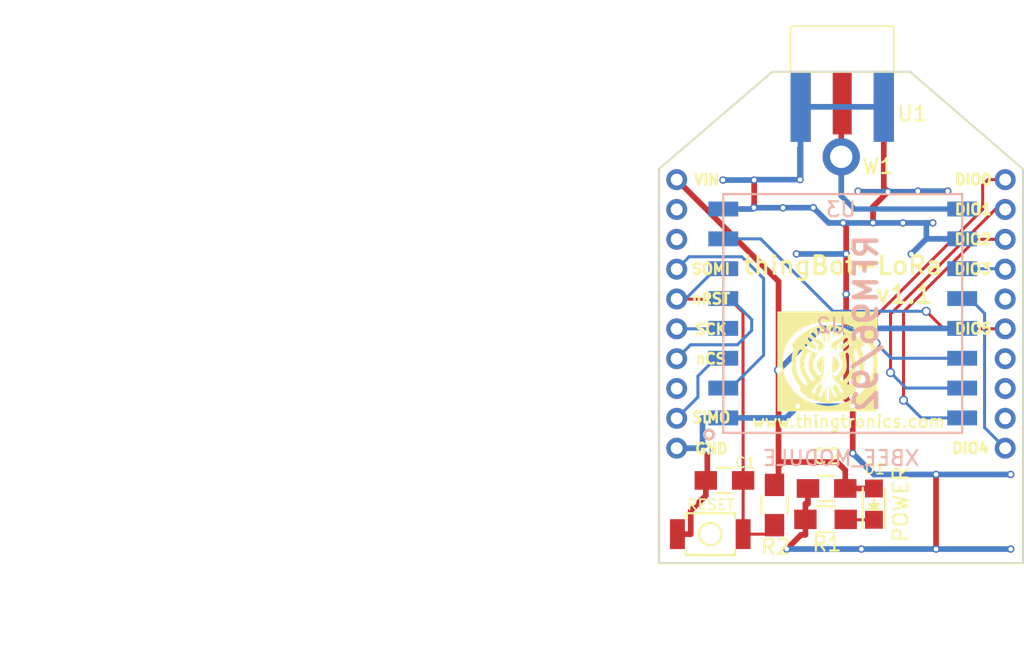
<source format=kicad_pcb>
(kicad_pcb (version 20171130) (host pcbnew "(5.1.12)-1")

  (general
    (thickness 1.6)
    (drawings 26)
    (tracks 178)
    (zones 0)
    (modules 45)
    (nets 23)
  )

  (page A4)
  (title_block
    (title "thingBot-LoRa ")
    (date 2016-12-31)
    (rev v1.1)
  )

  (layers
    (0 F.Cu signal)
    (31 B.Cu signal)
    (34 B.Paste user hide)
    (35 F.Paste user hide)
    (36 B.SilkS user hide)
    (37 F.SilkS user hide)
    (38 B.Mask user hide)
    (39 F.Mask user hide)
    (40 Dwgs.User user hide)
    (44 Edge.Cuts user)
    (45 Margin user hide)
    (48 B.Fab user hide)
    (49 F.Fab user hide)
  )

  (setup
    (last_trace_width 0.2032)
    (trace_clearance 0.2)
    (zone_clearance 0)
    (zone_45_only no)
    (trace_min 0.016)
    (via_size 0.6)
    (via_drill 0.4)
    (via_min_size 0.04)
    (via_min_drill 0.3)
    (uvia_size 0.3)
    (uvia_drill 0.1)
    (uvias_allowed no)
    (uvia_min_size 0.2)
    (uvia_min_drill 0.1)
    (edge_width 0.1)
    (segment_width 0.2)
    (pcb_text_width 0.3)
    (pcb_text_size 1.5 1.5)
    (mod_edge_width 0.15)
    (mod_text_size 1 1)
    (mod_text_width 0.15)
    (pad_size 0.5 0.5)
    (pad_drill 0.3)
    (pad_to_mask_clearance 0)
    (aux_axis_origin 0 0)
    (visible_elements 7FFFEFFF)
    (pcbplotparams
      (layerselection 0x00020_00000000)
      (usegerberextensions false)
      (usegerberattributes true)
      (usegerberadvancedattributes true)
      (creategerberjobfile true)
      (excludeedgelayer true)
      (linewidth 0.100000)
      (plotframeref false)
      (viasonmask false)
      (mode 1)
      (useauxorigin false)
      (hpglpennumber 1)
      (hpglpenspeed 20)
      (hpglpendiameter 15.000000)
      (psnegative false)
      (psa4output false)
      (plotreference true)
      (plotvalue true)
      (plotinvisibletext false)
      (padsonsilk false)
      (subtractmaskfromsilk false)
      (outputformat 1)
      (mirror false)
      (drillshape 0)
      (scaleselection 1)
      (outputdirectory "GERBERS/"))
  )

  (net 0 "")
  (net 1 nRESET)
  (net 2 GND)
  (net 3 RFM_VIN)
  (net 4 "Net-(D1-Pad1)")
  (net 5 ANT)
  (net 6 SPI_SCK)
  (net 7 SPI_nCS)
  (net 8 DIO5)
  (net 9 DIO3)
  (net 10 DIO4)
  (net 11 DIO0)
  (net 12 DIO1)
  (net 13 DIO2)
  (net 14 "Net-(U3-Pad14)")
  (net 15 "Net-(U3-Pad13)")
  (net 16 "Net-(U3-Pad8)")
  (net 17 "Net-(U3-Pad3)")
  (net 18 "Net-(U3-Pad2)")
  (net 19 SPI_SOMI)
  (net 20 SPI_SIMO)
  (net 21 "Net-(U3-Pad16)")
  (net 22 "Net-(U3-Pad12)")

  (net_class Default "This is the default net class."
    (clearance 0.2)
    (trace_width 0.2032)
    (via_dia 0.6)
    (via_drill 0.4)
    (uvia_dia 0.3)
    (uvia_drill 0.1)
  )

  (net_class Antenna ""
    (clearance 0.4)
    (trace_width 0.381)
    (via_dia 0.6)
    (via_drill 0.4)
    (uvia_dia 0.3)
    (uvia_drill 0.1)
    (add_net ANT)
  )

  (net_class Power ""
    (clearance 0.2)
    (trace_width 0.381)
    (via_dia 0.6)
    (via_drill 0.4)
    (uvia_dia 0.3)
    (uvia_drill 0.1)
    (add_net GND)
    (add_net RFM_VIN)
  )

  (net_class Signals ""
    (clearance 0.2)
    (trace_width 0.2032)
    (via_dia 0.6)
    (via_drill 0.4)
    (uvia_dia 0.3)
    (uvia_drill 0.1)
    (add_net DIO0)
    (add_net DIO1)
    (add_net DIO2)
    (add_net DIO3)
    (add_net DIO4)
    (add_net DIO5)
    (add_net "Net-(D1-Pad1)")
    (add_net "Net-(U3-Pad12)")
    (add_net "Net-(U3-Pad13)")
    (add_net "Net-(U3-Pad14)")
    (add_net "Net-(U3-Pad16)")
    (add_net "Net-(U3-Pad2)")
    (add_net "Net-(U3-Pad3)")
    (add_net "Net-(U3-Pad8)")
    (add_net SPI_SCK)
    (add_net SPI_SIMO)
    (add_net SPI_SOMI)
    (add_net SPI_nCS)
    (add_net nRESET)
  )

  (module VIA'S:VIA_0.5mm (layer F.Cu) (tedit 58652746) (tstamp 58669217)
    (at 177.37 105.26)
    (fp_text reference REF**_34 (at 0 -2.6) (layer F.Fab) hide
      (effects (font (size 1 1) (thickness 0.15)))
    )
    (fp_text value VIA_0.5mm (at 0.05 -1.45) (layer F.Fab) hide
      (effects (font (size 1 1) (thickness 0.15)))
    )
    (pad 1 thru_hole circle (at 0 0) (size 0.5 0.5) (drill 0.3) (layers *.Cu)
      (net 2 GND) (zone_connect 2))
  )

  (module VIA'S:VIA_0.5mm (layer F.Cu) (tedit 58652746) (tstamp 5)
    (at 177.35 107.11)
    (fp_text reference REF**_33 (at 0 -2.6) (layer F.Fab) hide
      (effects (font (size 1 1) (thickness 0.15)))
    )
    (fp_text value VIA_0.5mm (at 0.05 -1.45) (layer F.Fab) hide
      (effects (font (size 1 1) (thickness 0.15)))
    )
    (pad 1 thru_hole circle (at 0 0) (size 0.5 0.5) (drill 0.3) (layers *.Cu)
      (net 2 GND) (zone_connect 2))
  )

  (module VIA'S:VIA_0.5mm (layer F.Cu) (tedit 58652746) (tstamp 58666E0E)
    (at 179.3 107.12)
    (fp_text reference REF**_32 (at 0 -2.6) (layer F.Fab) hide
      (effects (font (size 1 1) (thickness 0.15)))
    )
    (fp_text value VIA_0.5mm (at 0.05 -1.45) (layer F.Fab) hide
      (effects (font (size 1 1) (thickness 0.15)))
    )
    (pad 1 thru_hole circle (at 0 0) (size 0.5 0.5) (drill 0.3) (layers *.Cu)
      (net 2 GND) (zone_connect 2))
  )

  (module VIA'S:VIA_0.5mm (layer F.Cu) (tedit 588CAF91) (tstamp 58666DC6)
    (at 186.03 105.9)
    (fp_text reference REF**_31 (at 0 -2.6) (layer F.Fab) hide
      (effects (font (size 1 1) (thickness 0.15)))
    )
    (fp_text value VIA_0.5mm (at 0.05 -1.45) (layer F.Fab) hide
      (effects (font (size 1 1) (thickness 0.15)))
    )
  )

  (module VIA'S:VIA_0.5mm (layer F.Cu) (tedit 5866325D) (tstamp 7FFFFFFF)
    (at 187.89 110.29)
    (fp_text reference REF**_30 (at 0 -2.6) (layer F.Fab) hide
      (effects (font (size 1 1) (thickness 0.15)))
    )
    (fp_text value VIA_0.5mm (at 0.05 -1.45) (layer F.Fab) hide
      (effects (font (size 1 1) (thickness 0.15)))
    )
    (pad 1 thru_hole circle (at 0 -0.08) (size 0.5 0.5) (drill 0.3) (layers *.Cu)
      (net 2 GND) (zone_connect 2))
  )

  (module VIA'S:VIA_0.5mm (layer F.Cu) (tedit 58663266) (tstamp 7FFFFFFF)
    (at 180.2 110.23)
    (fp_text reference REF**_29 (at 0 -2.6) (layer F.Fab) hide
      (effects (font (size 1 1) (thickness 0.15)))
    )
    (fp_text value VIA_0.5mm (at 0.05 -1.45) (layer F.Fab) hide
      (effects (font (size 1 1) (thickness 0.15)))
    )
    (pad 1 thru_hole circle (at 0 -0.02) (size 0.5 0.5) (drill 0.3) (layers *.Cu)
      (net 2 GND) (zone_connect 2))
  )

  (module VIA'S:VIA_0.5mm (layer F.Cu) (tedit 58663272) (tstamp 586631)
    (at 183.53 110.21)
    (fp_text reference REF**_28 (at 0 -2.6) (layer F.Fab) hide
      (effects (font (size 1 1) (thickness 0.15)))
    )
    (fp_text value VIA_0.5mm (at 0.05 -1.45) (layer F.Fab) hide
      (effects (font (size 1 1) (thickness 0.15)))
    )
    (pad 1 thru_hole circle (at 0 0) (size 0.5 0.5) (drill 0.3) (layers *.Cu)
      (net 2 GND) (zone_connect 2))
  )

  (module VIA'S:VIA_0.5mm (layer F.Cu) (tedit 5866327A) (tstamp 586631D7)
    (at 183.54 112.9)
    (fp_text reference REF**_27 (at 0 -2.6) (layer F.Fab) hide
      (effects (font (size 1 1) (thickness 0.15)))
    )
    (fp_text value VIA_0.5mm (at 0.05 -1.45) (layer F.Fab) hide
      (effects (font (size 1 1) (thickness 0.15)))
    )
    (pad 1 thru_hole circle (at -0.01 0) (size 0.5 0.5) (drill 0.3) (layers *.Cu)
      (net 2 GND) (zone_connect 2))
  )

  (module VIA'S:VIA_0.5mm (layer F.Cu) (tedit 58652746) (tstamp 586631C4)
    (at 183.97 123.57)
    (fp_text reference REF**_26 (at 0 -2.6) (layer F.Fab) hide
      (effects (font (size 1 1) (thickness 0.15)))
    )
    (fp_text value VIA_0.5mm (at 0.05 -1.45) (layer F.Fab) hide
      (effects (font (size 1 1) (thickness 0.15)))
    )
    (pad 1 thru_hole circle (at 0 0) (size 0.5 0.5) (drill 0.3) (layers *.Cu)
      (net 2 GND) (zone_connect 2))
  )

  (module VIA'S:VIA_0.5mm (layer F.Cu) (tedit 58652746) (tstamp 586631B9)
    (at 183.97 120.4)
    (fp_text reference REF**_25 (at 0 -2.6) (layer F.Fab) hide
      (effects (font (size 1 1) (thickness 0.15)))
    )
    (fp_text value VIA_0.5mm (at 0.05 -1.45) (layer F.Fab) hide
      (effects (font (size 1 1) (thickness 0.15)))
    )
    (pad 1 thru_hole circle (at 0 0) (size 0.5 0.5) (drill 0.3) (layers *.Cu)
      (net 2 GND) (zone_connect 2))
  )

  (module VIA'S:VIA_0.5mm (layer F.Cu) (tedit 58652746) (tstamp 586631B2)
    (at 180.29 120.42)
    (fp_text reference REF**_24 (at 0 -2.6) (layer F.Fab) hide
      (effects (font (size 1 1) (thickness 0.15)))
    )
    (fp_text value VIA_0.5mm (at 0.05 -1.45) (layer F.Fab) hide
      (effects (font (size 1 1) (thickness 0.15)))
    )
    (pad 1 thru_hole circle (at 0 0) (size 0.5 0.5) (drill 0.3) (layers *.Cu)
      (net 2 GND) (zone_connect 2))
  )

  (module VIA'S:VIA_0.5mm (layer F.Cu) (tedit 58652746) (tstamp 5866315C)
    (at 181.33 107.11)
    (fp_text reference REF**_23 (at 0 -2.6) (layer F.Fab) hide
      (effects (font (size 1 1) (thickness 0.15)))
    )
    (fp_text value VIA_0.5mm (at 0.05 -1.45) (layer F.Fab) hide
      (effects (font (size 1 1) (thickness 0.15)))
    )
    (pad 1 thru_hole circle (at 0 0) (size 0.5 0.5) (drill 0.3) (layers *.Cu)
      (net 2 GND) (zone_connect 2))
  )

  (module VIA'S:VIA_0.5mm (layer F.Cu) (tedit 58652746) (tstamp 58663152)
    (at 180.44 105.23)
    (fp_text reference REF**_22 (at 0 -2.6) (layer F.Fab) hide
      (effects (font (size 1 1) (thickness 0.15)))
    )
    (fp_text value VIA_0.5mm (at 0.05 -1.45) (layer F.Fab) hide
      (effects (font (size 1 1) (thickness 0.15)))
    )
    (pad 1 thru_hole circle (at 0 0) (size 0.5 0.5) (drill 0.3) (layers *.Cu)
      (net 2 GND) (zone_connect 2))
  )

  (module VIA'S:VIA_0.5mm (layer F.Cu) (tedit 58652746) (tstamp 58663122)
    (at 189.55 124.99)
    (fp_text reference REF**_21 (at 0 -2.6) (layer F.Fab) hide
      (effects (font (size 1 1) (thickness 0.15)))
    )
    (fp_text value VIA_0.5mm (at 0.05 -1.45) (layer F.Fab) hide
      (effects (font (size 1 1) (thickness 0.15)))
    )
    (pad 1 thru_hole circle (at 0 0) (size 0.5 0.5) (drill 0.3) (layers *.Cu)
      (net 2 GND) (zone_connect 2))
  )

  (module VIA'S:VIA_0.5mm (layer F.Cu) (tedit 58652746) (tstamp 58663118)
    (at 194.55 124.99)
    (fp_text reference REF**_20 (at 0 -2.6) (layer F.Fab) hide
      (effects (font (size 1 1) (thickness 0.15)))
    )
    (fp_text value VIA_0.5mm (at 0.05 -1.45) (layer F.Fab) hide
      (effects (font (size 1 1) (thickness 0.15)))
    )
    (pad 1 thru_hole circle (at 0 0) (size 0.5 0.5) (drill 0.3) (layers *.Cu)
      (net 2 GND) (zone_connect 2))
  )

  (module VIA'S:VIA_0.5mm (layer F.Cu) (tedit 58652746) (tstamp 586630D2)
    (at 194.55 129.99)
    (fp_text reference REF**_19 (at 0 -2.6) (layer F.Fab) hide
      (effects (font (size 1 1) (thickness 0.15)))
    )
    (fp_text value VIA_0.5mm (at 0.05 -1.45) (layer F.Fab) hide
      (effects (font (size 1 1) (thickness 0.15)))
    )
    (pad 1 thru_hole circle (at 0 0) (size 0.5 0.5) (drill 0.3) (layers *.Cu)
      (net 2 GND) (zone_connect 2))
  )

  (module VIA'S:VIA_0.5mm (layer F.Cu) (tedit 58652746) (tstamp 586630CE)
    (at 189.55 129.99)
    (fp_text reference REF**_18 (at 0 -2.6) (layer F.Fab) hide
      (effects (font (size 1 1) (thickness 0.15)))
    )
    (fp_text value VIA_0.5mm (at 0.05 -1.45) (layer F.Fab) hide
      (effects (font (size 1 1) (thickness 0.15)))
    )
    (pad 1 thru_hole circle (at 0 0) (size 0.5 0.5) (drill 0.3) (layers *.Cu)
      (net 2 GND) (zone_connect 2))
  )

  (module VIA'S:VIA_0.5mm (layer F.Cu) (tedit 58652746) (tstamp 586630CA)
    (at 184.55 129.99)
    (fp_text reference REF**_17 (at 0 -2.6) (layer F.Fab) hide
      (effects (font (size 1 1) (thickness 0.15)))
    )
    (fp_text value VIA_0.5mm (at 0.05 -1.45) (layer F.Fab) hide
      (effects (font (size 1 1) (thickness 0.15)))
    )
    (pad 1 thru_hole circle (at 0 0) (size 0.5 0.5) (drill 0.3) (layers *.Cu)
      (net 2 GND) (zone_connect 2))
  )

  (module VIA'S:VIA_0.5mm (layer F.Cu) (tedit 5866304C) (tstamp 58662DF0)
    (at 184.33 106.67)
    (fp_text reference REF**_16 (at 0 -2.6) (layer F.Fab) hide
      (effects (font (size 1 1) (thickness 0.15)))
    )
    (fp_text value VIA_0.5mm (at 0.05 -1.45) (layer F.Fab) hide
      (effects (font (size 1 1) (thickness 0.15)))
    )
    (pad 1 thru_hole circle (at 0 -0.67) (size 0.5 0.5) (drill 0.3) (layers *.Cu)
      (net 2 GND) (zone_connect 2))
  )

  (module VIA'S:VIA_0.5mm (layer F.Cu) (tedit 588CB01F) (tstamp 58663072)
    (at 189.33 106.67)
    (fp_text reference REF**_15 (at 0 -2.6) (layer F.Fab) hide
      (effects (font (size 1 1) (thickness 0.15)))
    )
    (fp_text value VIA_0.5mm (at 0.05 -1.45) (layer F.Fab) hide
      (effects (font (size 1 1) (thickness 0.15)))
    )
    (pad 1 thru_hole circle (at 1 -0.67) (size 0.5 0.5) (drill 0.3) (layers *.Cu)
      (net 2 GND) (zone_connect 2))
  )

  (module VIA'S:VIA_0.5mm (layer F.Cu) (tedit 588CAC70) (tstamp 5866306E)
    (at 188.33 106.67)
    (fp_text reference REF**_14 (at 0 -2.6) (layer F.Fab) hide
      (effects (font (size 1 1) (thickness 0.15)))
    )
    (fp_text value VIA_0.5mm (at 0.05 -1.45) (layer F.Fab) hide
      (effects (font (size 1 1) (thickness 0.15)))
    )
  )

  (module VIA'S:VIA_0.5mm (layer F.Cu) (tedit 588CB015) (tstamp 5866306A)
    (at 187.33 106.67)
    (fp_text reference REF**_13 (at 0 -2.6) (layer F.Fab) hide
      (effects (font (size 1 1) (thickness 0.15)))
    )
    (fp_text value VIA_0.5mm (at 0.05 -1.45) (layer F.Fab) hide
      (effects (font (size 1 1) (thickness 0.15)))
    )
    (pad 1 thru_hole circle (at 1 -0.67) (size 0.5 0.5) (drill 0.3) (layers *.Cu)
      (net 2 GND) (zone_connect 2))
  )

  (module VIA'S:VIA_0.5mm (layer F.Cu) (tedit 588CACAF) (tstamp 58663066)
    (at 186.33 106.67)
    (fp_text reference REF**_12 (at 0 -2.6) (layer F.Fab) hide
      (effects (font (size 1 1) (thickness 0.15)))
    )
    (fp_text value VIA_0.5mm (at 0.05 -1.45) (layer F.Fab) hide
      (effects (font (size 1 1) (thickness 0.15)))
    )
  )

  (module VIA'S:VIA_0.5mm (layer F.Cu) (tedit 588CB00C) (tstamp 58663062)
    (at 186.05 106.71)
    (fp_text reference REF**_11 (at 0 -2.6) (layer F.Fab) hide
      (effects (font (size 1 1) (thickness 0.15)))
    )
    (fp_text value VIA_0.5mm (at 0.05 -1.45) (layer F.Fab) hide
      (effects (font (size 1 1) (thickness 0.15)))
    )
    (pad 1 thru_hole circle (at 0.28 -0.67) (size 0.5 0.5) (drill 0.3) (layers *.Cu)
      (net 2 GND) (zone_connect 2))
  )

  (module VIA'S:VIA_0.5mm (layer F.Cu) (tedit 588CAFC2) (tstamp 58663024)
    (at 189.03 108.13)
    (fp_text reference REF**_10 (at 0 -2.6) (layer F.Fab) hide
      (effects (font (size 1 1) (thickness 0.15)))
    )
    (fp_text value VIA_0.5mm (at 0.05 -1.45) (layer F.Fab) hide
      (effects (font (size 1 1) (thickness 0.15)))
    )
    (pad 1 thru_hole circle (at 0.3 0) (size 0.5 0.5) (drill 0.3) (layers *.Cu)
      (net 2 GND) (zone_connect 2))
  )

  (module VIA'S:VIA_0.5mm (layer F.Cu) (tedit 588CAC8A) (tstamp 58663020)
    (at 188.03 108.13)
    (fp_text reference REF**_9 (at 0 -2.6) (layer F.Fab) hide
      (effects (font (size 1 1) (thickness 0.15)))
    )
    (fp_text value VIA_0.5mm (at 0.05 -1.45) (layer F.Fab) hide
      (effects (font (size 1 1) (thickness 0.15)))
    )
  )

  (module VIA'S:VIA_0.5mm (layer F.Cu) (tedit 588CAFD9) (tstamp 5866301C)
    (at 187.03 108.13)
    (fp_text reference REF**_8 (at 0 -2.6) (layer F.Fab) hide
      (effects (font (size 1 1) (thickness 0.15)))
    )
    (fp_text value VIA_0.5mm (at 0.05 -1.45) (layer F.Fab) hide
      (effects (font (size 1 1) (thickness 0.15)))
    )
    (pad 1 thru_hole circle (at 0.3 0) (size 0.5 0.5) (drill 0.3) (layers *.Cu)
      (net 2 GND) (zone_connect 2))
  )

  (module VIA'S:VIA_0.5mm (layer F.Cu) (tedit 588CAC99) (tstamp 58663018)
    (at 186.03 108.13)
    (fp_text reference REF**_7 (at 0 -2.6) (layer F.Fab) hide
      (effects (font (size 1 1) (thickness 0.15)))
    )
    (fp_text value VIA_0.5mm (at 0.05 -1.45) (layer F.Fab) hide
      (effects (font (size 1 1) (thickness 0.15)))
    )
  )

  (module VIA'S:VIA_0.5mm (layer F.Cu) (tedit 588CAFE4) (tstamp 58663014)
    (at 185.54 108.12)
    (fp_text reference REF**_6 (at 0 -2.6) (layer F.Fab) hide
      (effects (font (size 1 1) (thickness 0.15)))
    )
    (fp_text value VIA_0.5mm (at 0.05 -1.45) (layer F.Fab) hide
      (effects (font (size 1 1) (thickness 0.15)))
    )
    (pad 1 thru_hole circle (at -0.21 0) (size 0.5 0.5) (drill 0.3) (layers *.Cu)
      (net 2 GND) (zone_connect 2))
  )

  (module VIA'S:VIA_0.5mm (layer F.Cu) (tedit 588CB032) (tstamp 58662DAC)
    (at 184.03 108.13)
    (fp_text reference REF**_5 (at 0 -2.6) (layer F.Fab) hide
      (effects (font (size 1 1) (thickness 0.15)))
    )
    (fp_text value VIA_0.5mm (at 0.05 -1.45) (layer F.Fab) hide
      (effects (font (size 1 1) (thickness 0.15)))
    )
    (pad 1 thru_hole circle (at -0.7 0) (size 0.5 0.5) (drill 0.3) (layers *.Cu)
      (net 2 GND) (zone_connect 2))
  )

  (module VIA'S:VIA_0.5mm (layer F.Cu) (tedit 588C6052) (tstamp 5)
    (at 179.55 129.99)
    (fp_text reference REF**_4 (at 0 -2.6) (layer F.Fab) hide
      (effects (font (size 1 1) (thickness 0.15)))
    )
    (fp_text value VIA_0.5mm (at 0.43 -1.23) (layer F.Fab) hide
      (effects (font (size 1 1) (thickness 0.15)))
    )
    (pad 1 thru_hole circle (at 0 0) (size 0.5 0.5) (drill 0.3) (layers *.Cu)
      (net 2 GND) (zone_connect 2))
  )

  (module VIA'S:VIA_0.5mm (layer F.Cu) (tedit 58652746) (tstamp 58655E5C)
    (at 175.28 105.26)
    (fp_text reference REF**_3 (at 0 -2.6) (layer F.Fab) hide
      (effects (font (size 1 1) (thickness 0.15)))
    )
    (fp_text value VIA_0.5mm (at 0.05 -1.45) (layer F.Fab) hide
      (effects (font (size 1 1) (thickness 0.15)))
    )
    (pad 1 thru_hole circle (at 0 0) (size 0.5 0.5) (drill 0.3) (layers *.Cu)
      (net 2 GND) (zone_connect 2))
  )

  (module Capacitors_SMD:C_0805_HandSoldering (layer F.Cu) (tedit 586A02AB) (tstamp 58564708)
    (at 182.22 125.93 180)
    (descr "Capacitor SMD 0805, hand soldering")
    (tags "capacitor 0805")
    (path /58569A7D)
    (attr smd)
    (fp_text reference C2 (at 0 2.14 180) (layer F.SilkS)
      (effects (font (size 1 1) (thickness 0.15)))
    )
    (fp_text value 0.1uF (at 0.04 1.27 180) (layer F.Fab)
      (effects (font (size 0.5 0.5) (thickness 0.09)))
    )
    (fp_line (start -1 0.625) (end -1 -0.625) (layer F.Fab) (width 0.15))
    (fp_line (start 1 0.625) (end -1 0.625) (layer F.Fab) (width 0.15))
    (fp_line (start 1 -0.625) (end 1 0.625) (layer F.Fab) (width 0.15))
    (fp_line (start -1 -0.625) (end 1 -0.625) (layer F.Fab) (width 0.15))
    (fp_line (start -2.3 -1) (end 2.3 -1) (layer F.CrtYd) (width 0.05))
    (fp_line (start -2.3 1) (end 2.3 1) (layer F.CrtYd) (width 0.05))
    (fp_line (start -2.3 -1) (end -2.3 1) (layer F.CrtYd) (width 0.05))
    (fp_line (start 2.3 -1) (end 2.3 1) (layer F.CrtYd) (width 0.05))
    (fp_line (start 0.5 -0.85) (end -0.5 -0.85) (layer F.SilkS) (width 0.15))
    (fp_line (start -0.5 0.85) (end 0.5 0.85) (layer F.SilkS) (width 0.15))
    (pad 1 smd rect (at -1.25 0 180) (size 1.5 1.25) (layers F.Cu F.Paste F.Mask)
      (net 3 RFM_VIN))
    (pad 2 smd rect (at 1.25 0 180) (size 1.5 1.25) (layers F.Cu F.Paste F.Mask)
      (net 2 GND))
    (model Capacitors_SMD.3dshapes/C_0805_HandSoldering.wrl
      (at (xyz 0 0 0))
      (scale (xyz 1 1 1))
      (rotate (xyz 0 0 0))
    )
  )

  (module Resistors_SMD:R_0805_HandSoldering (layer F.Cu) (tedit 586A030A) (tstamp 58454ABB)
    (at 178.73 127.04 270)
    (descr "Resistor SMD 0805, hand soldering")
    (tags "resistor 0805")
    (path /583C38A1)
    (attr smd)
    (fp_text reference R2 (at 2.8 -0.07) (layer F.SilkS)
      (effects (font (size 1 1) (thickness 0.15)))
    )
    (fp_text value 1K (at -2.68 -0.02 270) (layer F.Fab)
      (effects (font (size 0.5 0.5) (thickness 0.09)))
    )
    (fp_line (start -1 0.625) (end -1 -0.625) (layer F.Fab) (width 0.1))
    (fp_line (start 1 0.625) (end -1 0.625) (layer F.Fab) (width 0.1))
    (fp_line (start 1 -0.625) (end 1 0.625) (layer F.Fab) (width 0.1))
    (fp_line (start -1 -0.625) (end 1 -0.625) (layer F.Fab) (width 0.1))
    (fp_line (start -2.4 -1) (end 2.4 -1) (layer F.CrtYd) (width 0.05))
    (fp_line (start -2.4 1) (end 2.4 1) (layer F.CrtYd) (width 0.05))
    (fp_line (start -2.4 -1) (end -2.4 1) (layer F.CrtYd) (width 0.05))
    (fp_line (start 2.4 -1) (end 2.4 1) (layer F.CrtYd) (width 0.05))
    (fp_line (start 0.6 0.875) (end -0.6 0.875) (layer F.SilkS) (width 0.15))
    (fp_line (start -0.6 -0.875) (end 0.6 -0.875) (layer F.SilkS) (width 0.15))
    (pad 1 smd rect (at -1.35 0 270) (size 1.5 1.3) (layers F.Cu F.Paste F.Mask)
      (net 3 RFM_VIN))
    (pad 2 smd rect (at 1.35 0 270) (size 1.5 1.3) (layers F.Cu F.Paste F.Mask)
      (net 1 nRESET))
    (model Resistors_SMD.3dshapes/R_0805_HandSoldering.wrl
      (at (xyz 0 0 0))
      (scale (xyz 1 1 1))
      (rotate (xyz 0 0 0))
    )
  )

  (module Xbee:Xbee_mod locked (layer F.Cu) (tedit 588CADD2) (tstamp 584D7580)
    (at 172.18 105.23)
    (path /5843EEBB)
    (fp_text reference U3 (at 11 2) (layer B.SilkS)
      (effects (font (size 1 1) (thickness 0.15)) (justify mirror))
    )
    (fp_text value XBEE_MODULE (at 11 18.67) (layer B.SilkS)
      (effects (font (size 1 1) (thickness 0.15)) (justify mirror))
    )
    (fp_line (start -1.19 -0.7) (end -1.19 25.71) (layer F.SilkS) (width 0.15))
    (fp_line (start -1.19 25.71) (end 23.19 25.71) (layer F.SilkS) (width 0.15))
    (fp_line (start 23.19 25.71) (end 23.19 -0.7) (layer F.SilkS) (width 0.15))
    (fp_line (start 23.19 -0.7) (end 15.6 -7.23) (layer F.SilkS) (width 0.15))
    (fp_line (start 15.6 -7.23) (end 6.4 -7.23) (layer F.SilkS) (width 0.15))
    (fp_line (start 6.4 -7.23) (end -1.19 -0.7) (layer F.SilkS) (width 0.15))
    (pad 20 thru_hole circle (at 22 0) (size 1.4 1.4) (drill 0.8) (layers *.Cu *.Mask)
      (net 11 DIO0))
    (pad 19 thru_hole circle (at 22 2) (size 1.4 1.4) (drill 0.8) (layers *.Cu *.Mask)
      (net 12 DIO1))
    (pad 18 thru_hole circle (at 22 4) (size 1.4 1.4) (drill 0.8) (layers *.Cu *.Mask)
      (net 13 DIO2))
    (pad 17 thru_hole circle (at 22 6) (size 1.4 1.4) (drill 0.8) (layers *.Cu *.Mask)
      (net 9 DIO3))
    (pad 16 thru_hole circle (at 22 8) (size 1.4 1.4) (drill 0.8) (layers *.Cu *.Mask)
      (net 21 "Net-(U3-Pad16)"))
    (pad 15 thru_hole circle (at 22 10) (size 1.4 1.4) (drill 0.8) (layers *.Cu *.Mask)
      (net 8 DIO5))
    (pad 14 thru_hole circle (at 22 12) (size 1.4 1.4) (drill 0.8) (layers *.Cu *.Mask)
      (net 14 "Net-(U3-Pad14)"))
    (pad 13 thru_hole circle (at 22 14) (size 1.4 1.4) (drill 0.8) (layers *.Cu *.Mask)
      (net 15 "Net-(U3-Pad13)"))
    (pad 12 thru_hole circle (at 22 16) (size 1.4 1.4) (drill 0.8) (layers *.Cu *.Mask)
      (net 22 "Net-(U3-Pad12)"))
    (pad 11 thru_hole circle (at 22 18) (size 1.4 1.4) (drill 0.8) (layers *.Cu *.Mask)
      (net 10 DIO4))
    (pad 10 thru_hole circle (at 0 18) (size 1.4 1.4) (drill 0.8) (layers *.Cu *.Mask)
      (net 2 GND))
    (pad 9 thru_hole circle (at 0 16) (size 1.4 1.4) (drill 0.8) (layers *.Cu *.Mask)
      (net 20 SPI_SIMO))
    (pad 8 thru_hole circle (at 0 14) (size 1.4 1.4) (drill 0.8) (layers *.Cu *.Mask)
      (net 16 "Net-(U3-Pad8)"))
    (pad 7 thru_hole circle (at 0 12) (size 1.4 1.4) (drill 0.8) (layers *.Cu *.Mask)
      (net 7 SPI_nCS))
    (pad 6 thru_hole circle (at 0 10) (size 1.4 1.4) (drill 0.8) (layers *.Cu *.Mask)
      (net 6 SPI_SCK))
    (pad 5 thru_hole circle (at 0 8) (size 1.4 1.4) (drill 0.8) (layers *.Cu *.Mask)
      (net 1 nRESET))
    (pad 4 thru_hole circle (at 0 6) (size 1.4 1.4) (drill 0.8) (layers *.Cu *.Mask)
      (net 19 SPI_SOMI))
    (pad 3 thru_hole circle (at 0 4) (size 1.4 1.4) (drill 0.8) (layers *.Cu *.Mask)
      (net 17 "Net-(U3-Pad3)"))
    (pad 2 thru_hole circle (at 0 2) (size 1.4 1.4) (drill 0.8) (layers *.Cu *.Mask)
      (net 18 "Net-(U3-Pad2)"))
    (pad 1 thru_hole circle (at 0 0) (size 1.4 1.4) (drill 0.8) (layers *.Cu *.Mask)
      (net 3 RFM_VIN))
  )

  (module LEDs:LED_0805 (layer F.Cu) (tedit 588C636A) (tstamp 58454AAF)
    (at 185.39 126.98 90)
    (descr "LED 0805 smd package")
    (tags "LED 0805 SMD")
    (path /5838C372)
    (attr smd)
    (fp_text reference D1 (at 2.36 0.05 180) (layer F.SilkS)
      (effects (font (size 0.7 0.7) (thickness 0.11)))
    )
    (fp_text value POWER (at 0 1.79 90) (layer F.SilkS)
      (effects (font (size 1 1) (thickness 0.15)))
    )
    (fp_line (start -0.4 -0.3) (end -0.4 0.3) (layer F.Fab) (width 0.15))
    (fp_line (start -0.3 0) (end 0 -0.3) (layer F.Fab) (width 0.15))
    (fp_line (start 0 0.3) (end -0.3 0) (layer F.Fab) (width 0.15))
    (fp_line (start 0 -0.3) (end 0 0.3) (layer F.Fab) (width 0.15))
    (fp_line (start 1 -0.6) (end -1 -0.6) (layer F.Fab) (width 0.15))
    (fp_line (start 1 0.6) (end 1 -0.6) (layer F.Fab) (width 0.15))
    (fp_line (start -1 0.6) (end 1 0.6) (layer F.Fab) (width 0.15))
    (fp_line (start -1 -0.6) (end -1 0.6) (layer F.Fab) (width 0.15))
    (fp_line (start -1.6 0.75) (end 1.1 0.75) (layer F.SilkS) (width 0.15))
    (fp_line (start -1.6 -0.75) (end 1.1 -0.75) (layer F.SilkS) (width 0.15))
    (fp_line (start -0.1 0.15) (end -0.1 -0.1) (layer F.SilkS) (width 0.15))
    (fp_line (start -0.1 -0.1) (end -0.25 0.05) (layer F.SilkS) (width 0.15))
    (fp_line (start -0.35 -0.35) (end -0.35 0.35) (layer F.SilkS) (width 0.15))
    (fp_line (start 0 0) (end 0.35 0) (layer F.SilkS) (width 0.15))
    (fp_line (start -0.35 0) (end 0 -0.35) (layer F.SilkS) (width 0.15))
    (fp_line (start 0 -0.35) (end 0 0.35) (layer F.SilkS) (width 0.15))
    (fp_line (start 0 0.35) (end -0.35 0) (layer F.SilkS) (width 0.15))
    (fp_line (start 1.9 -0.95) (end 1.9 0.95) (layer F.CrtYd) (width 0.05))
    (fp_line (start 1.9 0.95) (end -1.9 0.95) (layer F.CrtYd) (width 0.05))
    (fp_line (start -1.9 0.95) (end -1.9 -0.95) (layer F.CrtYd) (width 0.05))
    (fp_line (start -1.9 -0.95) (end 1.9 -0.95) (layer F.CrtYd) (width 0.05))
    (pad 2 smd rect (at 1.04902 0 270) (size 1.19888 1.19888) (layers F.Cu F.Paste F.Mask)
      (net 3 RFM_VIN))
    (pad 1 smd rect (at -1.04902 0 270) (size 1.19888 1.19888) (layers F.Cu F.Paste F.Mask)
      (net 4 "Net-(D1-Pad1)"))
    (model LEDs.3dshapes/LED_0805.wrl
      (at (xyz 0 0 0))
      (scale (xyz 1 1 1))
      (rotate (xyz 0 0 0))
    )
  )

  (module Temp:RFM92_95_96_98 (layer B.Cu) (tedit 585233AB) (tstamp 58454ADE)
    (at 175.3 121.2)
    (path /583BEAC0)
    (fp_text reference U2 (at 7.23 -6.19) (layer B.SilkS)
      (effects (font (size 1 1) (thickness 0.15)) (justify mirror))
    )
    (fp_text value RFM92/95 (at 7.99 -2.51) (layer B.Fab) hide
      (effects (font (size 1 1) (thickness 0.15)) (justify mirror))
    )
    (fp_line (start 0 1) (end 0 -15) (layer B.SilkS) (width 0.15))
    (fp_line (start 0 -15) (end 16 -15) (layer B.SilkS) (width 0.15))
    (fp_line (start 16 -15) (end 16 1) (layer B.SilkS) (width 0.15))
    (fp_line (start 16 1) (end 0 1) (layer B.SilkS) (width 0.15))
    (pad 1 smd rect (at 0 0) (size 2 1) (layers B.Cu B.Paste B.Mask)
      (net 2 GND))
    (pad 2 smd rect (at 0 -2) (size 2 1) (layers B.Cu B.Paste B.Mask)
      (net 19 SPI_SOMI))
    (pad 3 smd rect (at 0 -4) (size 2 1) (layers B.Cu B.Paste B.Mask)
      (net 20 SPI_SIMO))
    (pad 4 smd rect (at 0 -6) (size 2 1) (layers B.Cu B.Paste B.Mask)
      (net 6 SPI_SCK))
    (pad 5 smd rect (at 0 -8) (size 2 1) (layers B.Cu B.Paste B.Mask)
      (net 7 SPI_nCS))
    (pad 6 smd rect (at 0 -10) (size 2 1) (layers B.Cu B.Paste B.Mask)
      (net 1 nRESET))
    (pad 7 smd rect (at 0 -12) (size 2 1) (layers B.Cu B.Paste B.Mask)
      (net 8 DIO5))
    (pad 8 smd rect (at 0 -14) (size 2 1) (layers B.Cu B.Paste B.Mask)
      (net 2 GND))
    (pad 9 smd rect (at 16 -14) (size 2 1) (layers B.Cu B.Paste B.Mask)
      (net 5 ANT))
    (pad 10 smd rect (at 16 -12) (size 2 1) (layers B.Cu B.Paste B.Mask)
      (net 2 GND))
    (pad 11 smd rect (at 16 -10) (size 2 1) (layers B.Cu B.Paste B.Mask)
      (net 9 DIO3))
    (pad 12 smd rect (at 16 -8) (size 2 1) (layers B.Cu B.Paste B.Mask)
      (net 10 DIO4))
    (pad 13 smd rect (at 16 -6) (size 2 1) (layers B.Cu B.Paste B.Mask)
      (net 3 RFM_VIN))
    (pad 14 smd rect (at 16 -4) (size 2 1) (layers B.Cu B.Paste B.Mask)
      (net 11 DIO0))
    (pad 15 smd rect (at 16 -2) (size 2 1) (layers B.Cu B.Paste B.Mask)
      (net 12 DIO1))
    (pad 16 smd rect (at 16 0) (size 2 1) (layers B.Cu B.Paste B.Mask)
      (net 13 DIO2))
  )

  (module Capacitors_SMD:C_0805_HandSoldering (layer F.Cu) (tedit 586A0287) (tstamp 58454AA9)
    (at 175.38 125.39 180)
    (descr "Capacitor SMD 0805, hand soldering")
    (tags "capacitor 0805")
    (path /5838E25D)
    (attr smd)
    (fp_text reference C1 (at -1.4 1.18 180) (layer F.SilkS)
      (effects (font (size 0.7 0.7) (thickness 0.1)))
    )
    (fp_text value 15nF (at 0.13 1.24 180) (layer F.Fab)
      (effects (font (size 0.5 0.5) (thickness 0.09)))
    )
    (fp_line (start -1 0.625) (end -1 -0.625) (layer F.Fab) (width 0.15))
    (fp_line (start 1 0.625) (end -1 0.625) (layer F.Fab) (width 0.15))
    (fp_line (start 1 -0.625) (end 1 0.625) (layer F.Fab) (width 0.15))
    (fp_line (start -1 -0.625) (end 1 -0.625) (layer F.Fab) (width 0.15))
    (fp_line (start -2.3 -1) (end 2.3 -1) (layer F.CrtYd) (width 0.05))
    (fp_line (start -2.3 1) (end 2.3 1) (layer F.CrtYd) (width 0.05))
    (fp_line (start -2.3 -1) (end -2.3 1) (layer F.CrtYd) (width 0.05))
    (fp_line (start 2.3 -1) (end 2.3 1) (layer F.CrtYd) (width 0.05))
    (fp_line (start 0.5 -0.85) (end -0.5 -0.85) (layer F.SilkS) (width 0.15))
    (fp_line (start -0.5 0.85) (end 0.5 0.85) (layer F.SilkS) (width 0.15))
    (pad 1 smd rect (at -1.25 0 180) (size 1.5 1.25) (layers F.Cu F.Paste F.Mask)
      (net 1 nRESET))
    (pad 2 smd rect (at 1.25 0 180) (size 1.5 1.25) (layers F.Cu F.Paste F.Mask)
      (net 2 GND))
    (model Capacitors_SMD.3dshapes/C_0805_HandSoldering.wrl
      (at (xyz 0 0 0))
      (scale (xyz 1 1 1))
      (rotate (xyz 0 0 0))
    )
  )

  (module Resistors_SMD:R_0805_HandSoldering (layer F.Cu) (tedit 586A02D0) (tstamp 58454AB5)
    (at 182.15 128 180)
    (descr "Resistor SMD 0805, hand soldering")
    (tags "resistor 0805")
    (path /5838C3C9)
    (attr smd)
    (fp_text reference R1 (at -0.09 -1.63) (layer F.SilkS)
      (effects (font (size 1 1) (thickness 0.15)))
    )
    (fp_text value 1K (at -1.5 -1.49 180) (layer F.Fab)
      (effects (font (size 0.5 0.5) (thickness 0.09)))
    )
    (fp_line (start -1 0.625) (end -1 -0.625) (layer F.Fab) (width 0.1))
    (fp_line (start 1 0.625) (end -1 0.625) (layer F.Fab) (width 0.1))
    (fp_line (start 1 -0.625) (end 1 0.625) (layer F.Fab) (width 0.1))
    (fp_line (start -1 -0.625) (end 1 -0.625) (layer F.Fab) (width 0.1))
    (fp_line (start -2.4 -1) (end 2.4 -1) (layer F.CrtYd) (width 0.05))
    (fp_line (start -2.4 1) (end 2.4 1) (layer F.CrtYd) (width 0.05))
    (fp_line (start -2.4 -1) (end -2.4 1) (layer F.CrtYd) (width 0.05))
    (fp_line (start 2.4 -1) (end 2.4 1) (layer F.CrtYd) (width 0.05))
    (fp_line (start 0.6 0.875) (end -0.6 0.875) (layer F.SilkS) (width 0.15))
    (fp_line (start -0.6 -0.875) (end 0.6 -0.875) (layer F.SilkS) (width 0.15))
    (pad 1 smd rect (at -1.35 0 180) (size 1.5 1.3) (layers F.Cu F.Paste F.Mask)
      (net 4 "Net-(D1-Pad1)"))
    (pad 2 smd rect (at 1.35 0 180) (size 1.5 1.3) (layers F.Cu F.Paste F.Mask)
      (net 2 GND))
    (model Resistors_SMD.3dshapes/R_0805_HandSoldering.wrl
      (at (xyz 0 0 0))
      (scale (xyz 1 1 1))
      (rotate (xyz 0 0 0))
    )
  )

  (module sma:EDGE_SMA_5 (layer F.Cu) (tedit 58451167) (tstamp 58454ACA)
    (at 186.05 100.35 270)
    (path /583BE8AA)
    (fp_text reference U1 (at 0.46 -1.91) (layer F.SilkS)
      (effects (font (size 1 1) (thickness 0.15)))
    )
    (fp_text value EDGE_SMA (at -6.76 2.62) (layer F.Fab)
      (effects (font (size 1 1) (thickness 0.15)))
    )
    (fp_line (start -5.4 6.245) (end -5.4 -0.675) (layer F.SilkS) (width 0.1))
    (fp_line (start -2.35 -0.675) (end -5.4 -0.675) (layer F.SilkS) (width 0.1))
    (fp_line (start -2.35 -0.675) (end -2.35 6.245) (layer F.SilkS) (width 0.1))
    (fp_line (start -2.35 6.245) (end -5.4 6.245) (layer F.SilkS) (width 0.1))
    (pad 5 smd rect (at 0 5.57 270) (size 4.7 1.35) (layers B.Cu F.Paste F.Mask)
      (net 2 GND))
    (pad 3 smd rect (at 0 0 270) (size 4.7 1.35) (layers B.Cu F.Paste F.Mask)
      (net 2 GND))
    (pad 2 smd rect (at 0 0 270) (size 4.7 1.35) (layers F.Cu F.Paste F.Mask)
      (net 2 GND))
    (pad 1 smd rect (at -0.25 2.785 270) (size 4.2 1.27) (layers F.Cu F.Paste F.Mask)
      (net 5 ANT))
    (pad 4 smd rect (at 0 5.57 270) (size 4.7 1.35) (layers F.Cu F.Paste F.Mask)
      (net 2 GND))
  )

  (module logos:thingTronics_10mm (layer F.Cu) (tedit 5850D537) (tstamp 5850EFE7)
    (at 182.23 117.37)
    (fp_text reference G*** (at 6.64 -6.13) (layer F.SilkS) hide
      (effects (font (size 1.524 1.524) (thickness 0.3)))
    )
    (fp_text value LOGO (at 0.51 -5.9) (layer F.SilkS) hide
      (effects (font (size 1.524 1.524) (thickness 0.3)))
    )
    (fp_poly (pts (xy 3.386666 3.386666) (xy -3.302 3.386666) (xy -3.302 0.295377) (xy -2.950585 0.295377)
      (xy -2.949588 0.313193) (xy -2.849243 0.93169) (xy -2.614763 1.479418) (xy -2.230434 1.990246)
      (xy -2.116497 2.108773) (xy -1.681037 2.482178) (xy -1.217945 2.739298) (xy -0.662697 2.914944)
      (xy -0.592667 2.930909) (xy -0.221596 3.005236) (xy 0.059911 3.034462) (xy 0.325161 3.01983)
      (xy 0.647456 2.962581) (xy 0.694332 2.952719) (xy 1.38609 2.732469) (xy 1.98222 2.394316)
      (xy 2.468849 1.953919) (xy 2.832103 1.42694) (xy 3.058112 0.82904) (xy 3.133085 0.199562)
      (xy 3.105259 -0.235093) (xy 3.030783 -0.64343) (xy 2.985055 -0.795139) (xy 2.868078 -1.047301)
      (xy 2.701524 -1.317725) (xy 2.513098 -1.571577) (xy 2.330507 -1.77402) (xy 2.181454 -1.890221)
      (xy 2.10706 -1.899063) (xy 2.049392 -1.915755) (xy 2.051068 -1.962207) (xy 2.003704 -2.057816)
      (xy 1.932142 -2.075414) (xy 1.768126 -2.117594) (xy 1.720475 -2.152488) (xy 1.7104 -2.18911)
      (xy 1.756833 -2.167578) (xy 1.850917 -2.138221) (xy 1.862666 -2.152283) (xy 1.78958 -2.236704)
      (xy 1.60919 -2.333934) (xy 1.379796 -2.42145) (xy 1.159701 -2.476728) (xy 1.015262 -2.479673)
      (xy 0.882232 -2.467107) (xy 0.870694 -2.510381) (xy 0.815611 -2.54856) (xy 0.608168 -2.575699)
      (xy 0.265081 -2.59015) (xy 0.042333 -2.592103) (xy -0.363735 -2.584787) (xy -0.642716 -2.563938)
      (xy -0.777895 -2.531206) (xy -0.786028 -2.510381) (xy -0.809719 -2.463352) (xy -0.918211 -2.476434)
      (xy -1.045605 -2.485709) (xy -1.044562 -2.43305) (xy -1.04988 -2.377698) (xy -1.129111 -2.395955)
      (xy -1.246257 -2.402091) (xy -1.27 -2.363013) (xy -1.322028 -2.314925) (xy -1.354667 -2.328334)
      (xy -1.432561 -2.318812) (xy -1.439334 -2.286001) (xy -1.486945 -2.227205) (xy -1.513915 -2.237434)
      (xy -1.628828 -2.218168) (xy -1.817747 -2.0973) (xy -2.046776 -1.903731) (xy -2.282016 -1.666362)
      (xy -2.489572 -1.414091) (xy -2.505431 -1.392074) (xy -2.784307 -0.890041) (xy -2.929346 -0.340401)
      (xy -2.950585 0.295377) (xy -3.302 0.295377) (xy -3.302 -3.302) (xy 3.386666 -3.302)
      (xy 3.386666 3.386666)) (layer F.SilkS) (width 0.01))
    (fp_poly (pts (xy 0.251996 -2.415461) (xy 0.483617 -2.381147) (xy 1.158463 -2.203484) (xy 1.739134 -1.896157)
      (xy 2.150414 -1.552675) (xy 2.401361 -1.277601) (xy 2.523607 -1.077276) (xy 2.513667 -0.959941)
      (xy 2.413 -0.931334) (xy 2.328756 -0.930337) (xy 2.298805 -0.899202) (xy 2.322876 -0.795713)
      (xy 2.400699 -0.577654) (xy 2.410558 -0.550334) (xy 2.534418 0.025124) (xy 2.490415 0.600777)
      (xy 2.27806 1.179512) (xy 2.054508 1.551505) (xy 1.923699 1.763156) (xy 1.895477 1.885118)
      (xy 1.943121 1.94473) (xy 1.969459 2.01536) (xy 1.863972 2.128603) (xy 1.683862 2.255099)
      (xy 1.460077 2.408416) (xy 1.296853 2.53515) (xy 1.250129 2.58154) (xy 1.193063 2.616318)
      (xy 1.186629 2.593133) (xy 1.135046 2.572851) (xy 1.076038 2.609972) (xy 0.920672 2.685429)
      (xy 0.691412 2.745789) (xy 0.673871 2.748798) (xy 0.402015 2.795959) (xy 0.165252 2.840766)
      (xy -0.015523 2.85551) (xy -0.103647 2.831464) (xy -0.216213 2.789125) (xy -0.424127 2.75388)
      (xy -0.464828 2.749684) (xy -0.705785 2.703171) (xy -0.791327 2.667) (xy -0.677334 2.667)
      (xy -0.635 2.709333) (xy -0.592667 2.667) (xy -0.635 2.624666) (xy -0.677334 2.667)
      (xy -0.791327 2.667) (xy -0.884258 2.627705) (xy -0.896475 2.618463) (xy -1.020022 2.55434)
      (xy -1.067435 2.563212) (xy -1.15687 2.549956) (xy -1.26899 2.469444) (xy -1.453586 2.316451)
      (xy -1.650334 2.170632) (xy -1.800173 2.031747) (xy -1.792735 1.928272) (xy -1.790283 1.925748)
      (xy -1.770967 1.803957) (xy -1.885697 1.599711) (xy -1.907264 1.570892) (xy -2.084599 1.299232)
      (xy -2.235077 1.007066) (xy -2.241048 0.992995) (xy -2.328537 0.656126) (xy -2.365619 0.233443)
      (xy -2.363002 0.157055) (xy -2.062316 0.157055) (xy -2.047063 0.511062) (xy -1.982536 0.836545)
      (xy -1.911256 1.016) (xy -1.721157 1.329615) (xy -1.532323 1.546495) (xy -1.368875 1.641786)
      (xy -1.30804 1.637636) (xy -1.265336 1.571426) (xy -1.325384 1.426514) (xy -1.444303 1.249703)
      (xy -1.706557 0.791778) (xy -1.818172 0.331597) (xy -1.812699 0.255485) (xy -1.524 0.255485)
      (xy -1.465066 0.578146) (xy -1.310822 0.930729) (xy -1.119668 1.2065) (xy -0.969257 1.338147)
      (xy -0.854207 1.329082) (xy -0.822106 1.301883) (xy -0.83496 1.20872) (xy -0.931191 1.040037)
      (xy -0.976626 0.977313) (xy -1.18814 0.597973) (xy -1.237804 0.208611) (xy -1.160525 -0.146003)
      (xy -1.086162 -0.406829) (xy -1.093059 -0.546038) (xy -1.183967 -0.592046) (xy -1.203765 -0.592667)
      (xy -1.290502 -0.518371) (xy -1.38555 -0.331971) (xy -1.468246 -0.088197) (xy -1.517923 0.158219)
      (xy -1.524 0.255485) (xy -1.812699 0.255485) (xy -1.782589 -0.163218) (xy -1.643468 -0.624099)
      (xy -1.647606 -0.741126) (xy -1.716337 -0.762) (xy -1.855305 -0.685004) (xy -1.962149 -0.480089)
      (xy -2.032582 -0.186365) (xy -2.062316 0.157055) (xy -2.363002 0.157055) (xy -2.350808 -0.198755)
      (xy -2.282621 -0.564172) (xy -2.27197 -0.596523) (xy -2.217005 -0.801039) (xy -2.242044 -0.896604)
      (xy -2.27197 -0.912546) (xy -2.3551 -0.971928) (xy -2.341081 -1.079401) (xy -2.219909 -1.257325)
      (xy -2.010834 -1.496322) (xy -1.757128 -1.729558) (xy -1.452889 -1.94481) (xy -1.127632 -2.129587)
      (xy -0.810873 -2.271398) (xy -0.53213 -2.357752) (xy -0.320918 -2.376157) (xy -0.206752 -2.314122)
      (xy -0.19489 -2.264834) (xy -0.184078 -2.128087) (xy -0.158812 -1.882628) (xy -0.132606 -1.651)
      (xy -0.107113 -1.373178) (xy -0.115496 -1.248798) (xy -0.15874 -1.265197) (xy -0.162198 -1.27)
      (xy -0.241554 -1.455014) (xy -0.252704 -1.5348) (xy -0.314519 -1.701988) (xy -0.382912 -1.779587)
      (xy -0.470399 -1.945591) (xy -0.461873 -2.043954) (xy -0.464192 -2.174519) (xy -0.544628 -2.201334)
      (xy -0.638172 -2.198959) (xy -0.668141 -2.16) (xy -0.642634 -2.036708) (xy -0.598577 -1.883275)
      (xy -0.567011 -1.677285) (xy -0.614733 -1.609907) (xy -0.721805 -1.692607) (xy -0.781649 -1.778001)
      (xy -0.900791 -1.901674) (xy -1.025325 -1.949402) (xy -1.097531 -1.903195) (xy -1.100667 -1.877426)
      (xy -1.03607 -1.756166) (xy -0.883848 -1.608197) (xy -0.706355 -1.48542) (xy -0.574358 -1.439334)
      (xy -0.445131 -1.373094) (xy -0.296131 -1.20934) (xy -0.266048 -1.164655) (xy -0.158005 -0.984675)
      (xy -0.140265 -0.895706) (xy -0.211558 -0.846322) (xy -0.257734 -0.828717) (xy -0.392239 -0.740301)
      (xy -0.423334 -0.675065) (xy -0.475043 -0.62196) (xy -0.508 -0.635) (xy -0.569 -0.749457)
      (xy -0.592667 -0.936331) (xy -0.618773 -1.112483) (xy -0.681182 -1.185334) (xy -0.795128 -1.240463)
      (xy -0.959505 -1.375796) (xy -0.986495 -1.402132) (xy -1.140423 -1.530971) (xy -1.244175 -1.572779)
      (xy -1.254819 -1.567404) (xy -1.262159 -1.457624) (xy -1.159272 -1.307228) (xy -0.981754 -1.161682)
      (xy -0.902357 -1.117214) (xy -0.740702 -1.000404) (xy -0.677334 -0.884381) (xy -0.736182 -0.780324)
      (xy -0.879225 -0.770138) (xy -1.056212 -0.844749) (xy -1.20521 -0.979706) (xy -1.358875 -1.124009)
      (xy -1.461515 -1.112353) (xy -1.464319 -1.00924) (xy -1.360279 -0.86739) (xy -1.193025 -0.725724)
      (xy -1.006187 -0.623163) (xy -0.881945 -0.595343) (xy -0.70176 -0.566975) (xy -0.654483 -0.4722)
      (xy -0.732149 -0.28517) (xy -0.767794 -0.224833) (xy -0.878706 0.01029) (xy -0.930516 0.224928)
      (xy -0.931017 0.240936) (xy -0.883601 0.467862) (xy -0.76658 0.713113) (xy -0.618722 0.906776)
      (xy -0.526007 0.971286) (xy -0.372252 0.993926) (xy -0.337682 0.917252) (xy -0.428122 0.767739)
      (xy -0.471134 0.721896) (xy -0.645231 0.448073) (xy -0.660428 0.157029) (xy -0.516938 -0.116452)
      (xy -0.465667 -0.169334) (xy -0.322206 -0.292174) (xy -0.245227 -0.335183) (xy -0.24212 -0.332259)
      (xy -0.231963 -0.235138) (xy -0.217665 -0.019518) (xy -0.20519 0.211666) (xy -0.211386 0.694788)
      (xy -0.27681 1.0874) (xy -0.394837 1.363404) (xy -0.528362 1.485391) (xy -0.714621 1.625961)
      (xy -0.797408 1.735666) (xy -0.901748 1.894351) (xy -0.963348 1.959033) (xy -0.993813 2.06013)
      (xy -0.929247 2.168966) (xy -0.848398 2.201333) (xy -0.780902 2.128499) (xy -0.720992 1.953365)
      (xy -0.720952 1.953183) (xy -0.642161 1.745753) (xy -0.527136 1.59092) (xy -0.413271 1.531364)
      (xy -0.368371 1.55074) (xy -0.315973 1.702166) (xy -0.333818 1.91602) (xy -0.408802 2.10733)
      (xy -0.463562 2.16793) (xy -0.557733 2.288851) (xy -0.553815 2.365033) (xy -0.446892 2.449911)
      (xy -0.3554 2.415815) (xy -0.338109 2.3495) (xy -0.292926 2.213217) (xy -0.182958 2.018246)
      (xy -0.163848 1.989666) (xy 0.009856 1.735666) (xy -0.016239 2.194006) (xy -0.015254 2.507947)
      (xy 0.033415 2.666888) (xy 0.0635 2.687894) (xy 0.127935 2.654784) (xy 0.163807 2.488802)
      (xy 0.175313 2.229555) (xy 0.181294 1.735666) (xy 0.341175 2.0955) (xy 0.453333 2.308983)
      (xy 0.554475 2.43796) (xy 0.589194 2.455333) (xy 0.670957 2.398886) (xy 0.635501 2.241755)
      (xy 0.516082 2.04335) (xy 0.413583 1.865438) (xy 0.420973 1.736962) (xy 0.461339 1.671235)
      (xy 0.55247 1.572379) (xy 0.635323 1.605339) (xy 0.698516 1.672954) (xy 0.818248 1.862937)
      (xy 0.859092 1.98265) (xy 0.924133 2.123274) (xy 1.019336 2.18349) (xy 1.090706 2.141229)
      (xy 1.100666 2.081388) (xy 1.060042 1.964216) (xy 1.021888 1.947333) (xy 0.950099 1.875343)
      (xy 0.916055 1.756833) (xy 0.822076 1.574075) (xy 0.798514 1.556343) (xy 1.354666 1.556343)
      (xy 1.414888 1.611439) (xy 1.551269 1.59132) (xy 1.697386 1.512116) (xy 1.749406 1.4605)
      (xy 2.036544 0.974231) (xy 2.185833 0.437765) (xy 2.189877 -0.107902) (xy 2.099658 -0.480823)
      (xy 2.002622 -0.66245) (xy 1.895816 -0.757412) (xy 1.815887 -0.753998) (xy 1.79948 -0.6405)
      (xy 1.815858 -0.5715) (xy 1.932468 0.015826) (xy 1.914104 0.542847) (xy 1.762986 0.990765)
      (xy 1.60449 1.219487) (xy 1.453584 1.402055) (xy 1.3647 1.530262) (xy 1.354666 1.556343)
      (xy 0.798514 1.556343) (xy 0.703711 1.485) (xy 0.537889 1.369133) (xy 0.470823 1.273333)
      (xy 0.457033 1.238461) (xy 0.874476 1.238461) (xy 0.889 1.27) (xy 0.997205 1.348958)
      (xy 1.150303 1.286299) (xy 1.316468 1.130536) (xy 1.557816 0.751425) (xy 1.648449 0.30988)
      (xy 1.588739 -0.151172) (xy 1.491613 -0.408157) (xy 1.38737 -0.539745) (xy 1.351833 -0.550334)
      (xy 1.259791 -0.48471) (xy 1.257751 -0.381) (xy 1.32479 0.071009) (xy 1.337251 0.402804)
      (xy 1.292393 0.655372) (xy 1.187472 0.869704) (xy 1.172583 0.892064) (xy 1.03393 1.073845)
      (xy 0.926885 1.176397) (xy 0.905169 1.184754) (xy 0.874476 1.238461) (xy 0.457033 1.238461)
      (xy 0.391407 1.072519) (xy 0.367176 1.016) (xy 0.344698 0.934471) (xy 0.4202 0.979139)
      (xy 0.437541 0.993285) (xy 0.543976 1.040859) (xy 0.66502 0.980945) (xy 0.783937 0.866285)
      (xy 1.008488 0.553095) (xy 1.069343 0.245662) (xy 0.969887 -0.07778) (xy 0.939288 -0.132531)
      (xy 0.821303 -0.382432) (xy 0.829571 -0.530328) (xy 0.96672 -0.589932) (xy 1.027509 -0.592667)
      (xy 1.176499 -0.640482) (xy 1.350471 -0.757955) (xy 1.508572 -0.906126) (xy 1.609948 -1.046037)
      (xy 1.613745 -1.138728) (xy 1.606204 -1.144522) (xy 1.499543 -1.123234) (xy 1.358839 -0.99769)
      (xy 1.345122 -0.980764) (xy 1.168289 -0.819969) (xy 0.998893 -0.763837) (xy 0.878933 -0.816533)
      (xy 0.846666 -0.931334) (xy 0.90738 -1.074075) (xy 1.002877 -1.100667) (xy 1.162379 -1.156595)
      (xy 1.328556 -1.285132) (xy 1.431298 -1.427403) (xy 1.439333 -1.467167) (xy 1.370394 -1.517673)
      (xy 1.312333 -1.524) (xy 1.199698 -1.475954) (xy 1.185333 -1.43493) (xy 1.113951 -1.348293)
      (xy 0.941182 -1.260814) (xy 0.931333 -1.257314) (xy 0.756779 -1.169473) (xy 0.683019 -1.028509)
      (xy 0.667511 -0.859551) (xy 0.652865 -0.699204) (xy 0.628136 -0.672737) (xy 0.61897 -0.6985)
      (xy 0.513727 -0.820481) (xy 0.411236 -0.846667) (xy 0.284245 -0.88944) (xy 0.269278 -1.036258)
      (xy 0.362026 -1.202769) (xy 0.602115 -1.368125) (xy 0.701363 -1.417795) (xy 0.991366 -1.58568)
      (xy 1.155519 -1.747961) (xy 1.178033 -1.886858) (xy 1.151512 -1.924711) (xy 1.070213 -1.905655)
      (xy 0.966918 -1.794059) (xy 0.826892 -1.637391) (xy 0.744999 -1.630018) (xy 0.738762 -1.766664)
      (xy 0.760172 -1.856294) (xy 0.796029 -2.04559) (xy 0.782484 -2.152627) (xy 0.671717 -2.200061)
      (xy 0.605376 -2.095246) (xy 0.592666 -1.957701) (xy 0.554507 -1.7463) (xy 0.475851 -1.617119)
      (xy 0.407336 -1.583793) (xy 0.383852 -1.657612) (xy 0.398172 -1.866631) (xy 0.402195 -1.903086)
      (xy 0.41674 -2.167045) (xy 0.392193 -2.282391) (xy 0.342051 -2.261471) (xy 0.279812 -2.116633)
      (xy 0.218974 -1.860223) (xy 0.196027 -1.714501) (xy 0.118254 -1.143) (xy 0.034333 -1.778)
      (xy -0.00403 -2.084481) (xy -0.029094 -2.316997) (xy -0.036323 -2.432597) (xy -0.035356 -2.437717)
      (xy 0.048459 -2.438454) (xy 0.251996 -2.415461)) (layer F.SilkS) (width 0.01))
    (fp_poly (pts (xy -1.27 2.497666) (xy -1.312334 2.54) (xy -1.354667 2.497666) (xy -1.312334 2.455333)
      (xy -1.27 2.497666)) (layer F.SilkS) (width 0.01))
    (fp_poly (pts (xy -0.028223 0.959555) (xy -0.01809 1.060035) (xy -0.028223 1.072444) (xy -0.078557 1.060822)
      (xy -0.084667 1.016) (xy -0.053689 0.946309) (xy -0.028223 0.959555)) (layer F.SilkS) (width 0.01))
    (fp_poly (pts (xy 0.582418 -0.27116) (xy 0.697568 -0.11876) (xy 0.795765 0.086132) (xy 0.845347 0.288334)
      (xy 0.846666 0.319703) (xy 0.792451 0.466622) (xy 0.664618 0.644837) (xy 0.515382 0.792081)
      (xy 0.404767 0.846666) (xy 0.381411 0.769384) (xy 0.368202 0.566765) (xy 0.367994 0.282647)
      (xy 0.368005 0.282184) (xy 0.390651 -0.051577) (xy 0.437236 -0.258988) (xy 0.48198 -0.315883)
      (xy 0.582418 -0.27116)) (layer F.SilkS) (width 0.01))
    (fp_poly (pts (xy -1.693334 -2.074334) (xy -1.735667 -2.032) (xy -1.778 -2.074334) (xy -1.735667 -2.116667)
      (xy -1.693334 -2.074334)) (layer F.SilkS) (width 0.01))
    (fp_poly (pts (xy 1.608666 -2.243667) (xy 1.566333 -2.201334) (xy 1.524 -2.243667) (xy 1.566333 -2.286)
      (xy 1.608666 -2.243667)) (layer F.SilkS) (width 0.01))
    (fp_poly (pts (xy 1.439333 -2.328334) (xy 1.397 -2.286) (xy 1.354666 -2.328334) (xy 1.397 -2.370667)
      (xy 1.439333 -2.328334)) (layer F.SilkS) (width 0.01))
    (fp_poly (pts (xy 1.27 -2.413) (xy 1.227666 -2.370667) (xy 1.185333 -2.413) (xy 1.227666 -2.455334)
      (xy 1.27 -2.413)) (layer F.SilkS) (width 0.01))
  )

  (module Wire_Pads:SolderWirePad_single_2mmDrill (layer F.Cu) (tedit 588CAD15) (tstamp 58454AFB)
    (at 183.2 103.7)
    (path /5836ECB3)
    (fp_text reference W1 (at 2.46 0.63) (layer F.SilkS)
      (effects (font (size 1 1) (thickness 0.15)))
    )
    (fp_text value WIRE_ANT (at 4.8 0.22) (layer F.Fab)
      (effects (font (size 1 1) (thickness 0.15)))
    )
    (pad 1 thru_hole circle (at 0 0) (size 2.5 2.5) (drill 1.5) (layers *.Cu F.Mask)
      (net 5 ANT))
  )

  (module VIA'S:VIA_0.5mm (layer F.Cu) (tedit 58652746) (tstamp 5)
    (at 174.23 123.33)
    (fp_text reference REF**_2 (at 0 -2.6) (layer F.Fab) hide
      (effects (font (size 1 1) (thickness 0.15)))
    )
    (fp_text value VIA_0.5mm (at 0.05 -1.45) (layer F.Fab) hide
      (effects (font (size 1 1) (thickness 0.15)))
    )
    (pad 1 thru_hole circle (at 0 0) (size 0.5 0.5) (drill 0.3) (layers *.Cu)
      (net 2 GND) (zone_connect 2))
  )

  (module "Fab Details table:Fab Details table" (layer F.Cu) (tedit 586A5B1E) (tstamp 5866513C)
    (at 127.11 93.44)
    (fp_text reference REF** (at 7 -4) (layer Dwgs.User) hide
      (effects (font (size 1 1) (thickness 0.15)))
    )
    (fp_text value "Fab Details table" (at 6 -2) (layer F.Fab)
      (effects (font (size 1 1) (thickness 0.15)))
    )
    (fp_line (start 0 0) (end 0 43) (layer Dwgs.User) (width 0.1))
    (fp_line (start 0 41) (end 30 41) (layer Dwgs.User) (width 0.1))
    (fp_line (start 30 0) (end 30 43) (layer Dwgs.User) (width 0.1))
    (fp_line (start 0 3) (end 30 3) (layer Dwgs.User) (width 0.1))
    (fp_line (start 0 0) (end 30 0) (layer Dwgs.User) (width 0.1))
    (fp_line (start 0 5) (end 30 5) (layer Dwgs.User) (width 0.1))
    (fp_line (start 0 7) (end 30 7) (layer Dwgs.User) (width 0.1))
    (fp_line (start 0 9) (end 30 9) (layer Dwgs.User) (width 0.1))
    (fp_line (start 0 13) (end 30 13) (layer Dwgs.User) (width 0.1))
    (fp_line (start 0 11) (end 30 11) (layer Dwgs.User) (width 0.1))
    (fp_line (start 0 15) (end 30 15) (layer Dwgs.User) (width 0.1))
    (fp_line (start 0 17) (end 30 17) (layer Dwgs.User) (width 0.1))
    (fp_line (start 0 19) (end 30 19) (layer Dwgs.User) (width 0.1))
    (fp_line (start 0 21) (end 30 21) (layer Dwgs.User) (width 0.1))
    (fp_line (start 0 23) (end 30 23) (layer Dwgs.User) (width 0.1))
    (fp_line (start 0 25) (end 30 25) (layer Dwgs.User) (width 0.1))
    (fp_line (start 0 27) (end 30 27) (layer Dwgs.User) (width 0.1))
    (fp_line (start 0 29) (end 30 29) (layer Dwgs.User) (width 0.1))
    (fp_line (start 0 31) (end 30 31) (layer Dwgs.User) (width 0.1))
    (fp_line (start 0 33) (end 30 33) (layer Dwgs.User) (width 0.1))
    (fp_line (start 0 35) (end 30 35) (layer Dwgs.User) (width 0.1))
    (fp_line (start 0 37) (end 30 37) (layer Dwgs.User) (width 0.1))
    (fp_line (start 0 39) (end 30 39) (layer Dwgs.User) (width 0.1))
    (fp_line (start 18 43) (end 18 3) (layer Dwgs.User) (width 0.1))
    (fp_line (start 0 43) (end 30 43) (layer Dwgs.User) (width 0.1))
    (fp_text user "PCB Size (mm)" (at 6 4) (layer Dwgs.User)
      (effects (font (size 1 1) (thickness 0.15)))
    )
    (fp_text user "Fabrication Details" (at 9 2) (layer Dwgs.User)
      (effects (font (size 1.2 1.2) (thickness 0.15)))
    )
    (fp_text user "No of Layers" (at 5.3 6) (layer Dwgs.User)
      (effects (font (size 1 1) (thickness 0.15)))
    )
    (fp_text user "Min Line Width" (at 6 8) (layer Dwgs.User)
      (effects (font (size 1 1) (thickness 0.15)))
    )
    (fp_text user "Min Spacing" (at 5.1 10) (layer Dwgs.User)
      (effects (font (size 1 1) (thickness 0.15)))
    )
    (fp_text user "Slot Present" (at 5.1 11.8) (layer Dwgs.User)
      (effects (font (size 1 1) (thickness 0.15)))
    )
    (fp_text user "SMD Present" (at 5.1 14) (layer Dwgs.User)
      (effects (font (size 1 1) (thickness 0.15)))
    )
    (fp_text user "Mask Covering VIAS" (at 7.7 16) (layer Dwgs.User)
      (effects (font (size 1 1) (thickness 0.15)))
    )
    (fp_text user "Unterminated Trace" (at 7.6 18) (layer Dwgs.User)
      (effects (font (size 1 1) (thickness 0.15)))
    )
    (fp_text user "Mask Clearence" (at 6.1 20) (layer Dwgs.User)
      (effects (font (size 1 1) (thickness 0.15)))
    )
    (fp_text user "Legend on Pads" (at 6.3 22) (layer Dwgs.User)
      (effects (font (size 1 1) (thickness 0.15)))
    )
    (fp_text user "Board Thickness" (at 6.3 24) (layer Dwgs.User)
      (effects (font (size 1 1) (thickness 0.15)))
    )
    (fp_text user Material (at 3.2 26.2) (layer Dwgs.User)
      (effects (font (size 1 1) (thickness 0.15)))
    )
    (fp_text user "Legend on Both Sides" (at 8.6 28.1) (layer Dwgs.User)
      (effects (font (size 1 1) (thickness 0.15)))
    )
    (fp_text user "Mask on Both Sides" (at 7.8 30.1) (layer Dwgs.User)
      (effects (font (size 1 1) (thickness 0.15)))
    )
    (fp_text user "Impedence Control" (at 7.3 32) (layer Dwgs.User)
      (effects (font (size 1 1) (thickness 0.15)))
    )
    (fp_text user "Copper Thickness" (at 6.8 33.9) (layer Dwgs.User)
      (effects (font (size 1 1) (thickness 0.15)))
    )
    (fp_text user Finish (at 2.5 36.1) (layer Dwgs.User)
      (effects (font (size 1 1) (thickness 0.15)))
    )
    (fp_text user BBT (at 1.6 38) (layer Dwgs.User)
      (effects (font (size 1 1) (thickness 0.15)))
    )
    (fp_text user FBT (at 1.6 40.1) (layer Dwgs.User)
      (effects (font (size 1 1) (thickness 0.15)))
    )
    (fp_text user "Solder Mask Color" (at 7.1 41.8) (layer Dwgs.User)
      (effects (font (size 1 1) (thickness 0.15)))
    )
    (fp_text user "2 Layers" (at 23.87 6) (layer Dwgs.User)
      (effects (font (size 1 1) (thickness 0.15)))
    )
    (fp_text user "8 mils" (at 23 8) (layer Dwgs.User)
      (effects (font (size 1 1) (thickness 0.15)))
    )
    (fp_text user "8 mils" (at 23 10) (layer Dwgs.User)
      (effects (font (size 1 1) (thickness 0.15)))
    )
    (fp_text user Yes (at 22 12) (layer Dwgs.User)
      (effects (font (size 1 1) (thickness 0.15)))
    )
    (fp_text user Yes (at 22 14) (layer Dwgs.User)
      (effects (font (size 1 1) (thickness 0.15)))
    )
    (fp_text user Yes (at 22 16) (layer Dwgs.User)
      (effects (font (size 1 1) (thickness 0.15)))
    )
    (fp_text user No (at 22 18) (layer Dwgs.User)
      (effects (font (size 1 1) (thickness 0.15)))
    )
    (fp_text user "6 mils" (at 23 20) (layer Dwgs.User)
      (effects (font (size 1 1) (thickness 0.15)))
    )
    (fp_text user No (at 22 22) (layer Dwgs.User)
      (effects (font (size 1 1) (thickness 0.15)))
    )
    (fp_text user "1.6 mm" (at 23 24) (layer Dwgs.User)
      (effects (font (size 1 1) (thickness 0.15)))
    )
    (fp_text user FR4 (at 22 26) (layer Dwgs.User)
      (effects (font (size 1 1) (thickness 0.15)))
    )
    (fp_text user Yes (at 22 27.95) (layer Dwgs.User)
      (effects (font (size 1 1) (thickness 0.15)))
    )
    (fp_text user Yes (at 22 30) (layer Dwgs.User)
      (effects (font (size 1 1) (thickness 0.15)))
    )
    (fp_text user No (at 22 32) (layer Dwgs.User)
      (effects (font (size 1 1) (thickness 0.15)))
    )
    (fp_text user "1 oz" (at 22.35 34.06) (layer Dwgs.User)
      (effects (font (size 1 1) (thickness 0.15)))
    )
    (fp_text user "HASL Finish" (at 25 36) (layer Dwgs.User)
      (effects (font (size 1 1) (thickness 0.15)))
    )
    (fp_text user Yes (at 22 38) (layer Dwgs.User)
      (effects (font (size 1 1) (thickness 0.15)))
    )
    (fp_text user Yes (at 22 40) (layer Dwgs.User)
      (effects (font (size 1 1) (thickness 0.15)))
    )
    (fp_text user BLUE (at 22.6 42.15) (layer Dwgs.User)
      (effects (font (size 1 1) (thickness 0.15)))
    )
  )

  (module switches:SW_SPST_B3U-1000P_SUNROM (layer F.Cu) (tedit 588C6330) (tstamp 58454AC1)
    (at 174.43 128.99)
    (descr "Ultra-small-sized Tactile Switch with High Contact Reliability, Top-actuated Model, without Ground Terminal, without Boss")
    (tags "Tactile Switch")
    (path /5838DE71)
    (attr smd)
    (fp_text reference RESET (at 0.03 -1.96) (layer F.SilkS)
      (effects (font (size 0.7 0.7) (thickness 0.11)))
    )
    (fp_text value RESET (at 3.24 0.01 90) (layer F.Fab)
      (effects (font (size 0.5 0.5) (thickness 0.09)))
    )
    (fp_circle (center 0 0) (end 0.75 0) (layer F.SilkS) (width 0.15))
    (fp_line (start -2.8 1.65) (end 2.8 1.65) (layer F.CrtYd) (width 0.05))
    (fp_line (start 2.8 1.65) (end 2.8 -1.65) (layer F.CrtYd) (width 0.05))
    (fp_line (start 2.8 -1.65) (end -2.8 -1.65) (layer F.CrtYd) (width 0.05))
    (fp_line (start -2.8 -1.65) (end -2.8 1.65) (layer F.CrtYd) (width 0.05))
    (fp_line (start -1.65 1.1) (end -1.65 1.4) (layer F.SilkS) (width 0.15))
    (fp_line (start -1.65 1.4) (end 1.65 1.4) (layer F.SilkS) (width 0.15))
    (fp_line (start 1.65 1.4) (end 1.65 1.1) (layer F.SilkS) (width 0.15))
    (fp_line (start -1.65 -1.1) (end -1.65 -1.4) (layer F.SilkS) (width 0.15))
    (fp_line (start -1.65 -1.4) (end 1.65 -1.4) (layer F.SilkS) (width 0.15))
    (fp_line (start 1.65 -1.4) (end 1.65 -1.1) (layer F.SilkS) (width 0.15))
    (fp_line (start -1.5 -1.25) (end 1.5 -1.25) (layer F.Fab) (width 0.15))
    (fp_line (start 1.5 -1.25) (end 1.5 1.25) (layer F.Fab) (width 0.15))
    (fp_line (start 1.5 1.25) (end -1.5 1.25) (layer F.Fab) (width 0.15))
    (fp_line (start -1.5 1.25) (end -1.5 -1.25) (layer F.Fab) (width 0.15))
    (pad 1 smd rect (at -2.2 0) (size 1 2) (layers F.Cu F.Paste F.Mask)
      (net 2 GND))
    (pad 2 smd rect (at 2.2 0) (size 1 2) (layers F.Cu F.Paste F.Mask)
      (net 1 nRESET))
  )

  (gr_circle (center 174.34 122.32) (end 174.6 122.48) (layer B.SilkS) (width 0.2))
  (gr_text DIO4 (at 191.85 123.23) (layer F.SilkS) (tstamp 5869FCC6)
    (effects (font (size 0.7 0.7) (thickness 0.175)))
  )
  (gr_text DIO5 (at 192.04 115.23) (layer F.SilkS) (tstamp 5869FCC0)
    (effects (font (size 0.7 0.7) (thickness 0.175)))
  )
  (gr_text DIO3 (at 192.01 111.23) (layer F.SilkS) (tstamp 5869FCB8)
    (effects (font (size 0.7 0.7) (thickness 0.175)))
  )
  (gr_text DIO2 (at 192.02 109.23) (layer F.SilkS) (tstamp 5869FCB0)
    (effects (font (size 0.7 0.7) (thickness 0.175)))
  )
  (gr_text DIO1 (at 192.04 107.23) (layer F.SilkS) (tstamp 5869FCA2)
    (effects (font (size 0.7 0.7) (thickness 0.175)))
  )
  (gr_text DIO0 (at 192.04 105.23) (layer F.SilkS) (tstamp 5869FC9D)
    (effects (font (size 0.7 0.7) (thickness 0.175)))
  )
  (gr_text VIN (at 174.19 105.25) (layer F.SilkS) (tstamp 5869FC95)
    (effects (font (size 0.7 0.7) (thickness 0.175)))
  )
  (gr_text GND (at 174.51 123.27) (layer F.SilkS) (tstamp 5869FC8F)
    (effects (font (size 0.7 0.7) (thickness 0.175)))
  )
  (gr_text SIMO (at 174.49 121.18) (layer F.SilkS) (tstamp 5869FC87)
    (effects (font (size 0.7 0.7) (thickness 0.175)))
  )
  (gr_text "nCS\n" (at 174.46 117.24) (layer F.SilkS) (tstamp 5869FC81)
    (effects (font (size 0.7 0.7) (thickness 0.175)))
  )
  (gr_text SCK (at 174.47 115.26) (layer F.SilkS) (tstamp 5869FC7D)
    (effects (font (size 0.7 0.7) (thickness 0.175)))
  )
  (gr_text nRST (at 174.47 113.22) (layer F.SilkS) (tstamp 5869FC72)
    (effects (font (size 0.7 0.7) (thickness 0.175)))
  )
  (gr_text SOMI (at 174.47 111.23) (layer F.SilkS)
    (effects (font (size 0.7 0.7) (thickness 0.175)))
  )
  (gr_text "32.94 x 24.38 mm" (at 151.83 97.47) (layer Dwgs.User)
    (effects (font (size 0.7 0.7) (thickness 0.15)))
  )
  (gr_text RFM96/92 (at 184.86 114.86 90) (layer B.SilkS)
    (effects (font (size 1.5 1.5) (thickness 0.3)) (justify mirror))
  )
  (gr_text www.thingtronics.com (at 183.68 121.45) (layer F.SilkS)
    (effects (font (size 0.8 0.8) (thickness 0.15)))
  )
  (gr_text "thingBot-LoRa\n         v1.1" (at 183.31 111.95) (layer F.SilkS)
    (effects (font (size 1.2 1.2) (thickness 0.2)))
  )
  (dimension 24.4201 (width 0.3) (layer Dwgs.User)
    (gr_text "24.38 mm" (at 183.148505 134.965029 359.8357619) (layer Dwgs.User)
      (effects (font (size 1.5 1.5) (thickness 0.3)))
    )
    (feature1 (pts (xy 195.37 130.99) (xy 195.354635 136.350024)))
    (feature2 (pts (xy 170.95 130.92) (xy 170.934635 136.280024)))
    (crossbar (pts (xy 170.942375 133.580035) (xy 195.362375 133.650035)))
    (arrow1a (pts (xy 195.362375 133.650035) (xy 194.234195 134.233224)))
    (arrow1b (pts (xy 195.362375 133.650035) (xy 194.237557 133.060388)))
    (arrow2a (pts (xy 170.942375 133.580035) (xy 172.067193 134.169682)))
    (arrow2b (pts (xy 170.942375 133.580035) (xy 172.070555 132.996846)))
  )
  (dimension 32.940097 (width 0.3) (layer Dwgs.User)
    (gr_text "32.940 mm" (at 205.973414 114.485679 89.86084841) (layer Dwgs.User)
      (effects (font (size 1.5 1.5) (thickness 0.3)))
    )
    (feature1 (pts (xy 195.44 97.99) (xy 207.36341 98.018958)))
    (feature2 (pts (xy 195.36 130.93) (xy 207.28341 130.958958)))
    (crossbar (pts (xy 204.583418 130.952401) (xy 204.663418 98.012401)))
    (arrow1a (pts (xy 204.663418 98.012401) (xy 205.247101 99.140326)))
    (arrow1b (pts (xy 204.663418 98.012401) (xy 204.074263 99.137477)))
    (arrow2a (pts (xy 204.583418 130.952401) (xy 205.172573 129.827325)))
    (arrow2b (pts (xy 204.583418 130.952401) (xy 203.999735 129.824476)))
  )
  (gr_line (start 195.37 104.51) (end 195.37 130.92) (layer Edge.Cuts) (width 0.1))
  (gr_line (start 170.99 104.51) (end 170.99 130.92) (layer Edge.Cuts) (width 0.1))
  (gr_line (start 178.6 97.99) (end 170.99 104.51) (layer Edge.Cuts) (width 0.1))
  (gr_line (start 187.82 97.99) (end 178.6 97.99) (layer Edge.Cuts) (width 0.1))
  (gr_line (start 195.36 104.51) (end 187.82 97.99) (layer Edge.Cuts) (width 0.1))
  (gr_line (start 170.99 130.92) (end 195.37 130.92) (layer Edge.Cuts) (width 0.1))

  (segment (start 172.18 113.23) (end 172.77 113.23) (width 0.2032) (layer B.Cu) (net 1))
  (segment (start 172.77 113.23) (end 174.8 111.2) (width 0.2032) (layer B.Cu) (net 1))
  (segment (start 174.8 111.2) (end 175.3 111.2) (width 0.2032) (layer B.Cu) (net 1))
  (segment (start 176.63 128.99) (end 178.13 128.99) (width 0.2032) (layer F.Cu) (net 1))
  (segment (start 178.13 128.99) (end 178.73 128.39) (width 0.2032) (layer F.Cu) (net 1))
  (segment (start 176.63 128.99) (end 176.63 125.39) (width 0.2032) (layer F.Cu) (net 1))
  (segment (start 172.18 113.23) (end 175.747 113.263) (width 0.2032) (layer F.Cu) (net 1))
  (segment (start 175.747 113.263) (end 176.62 114.12) (width 0.2032) (layer F.Cu) (net 1))
  (segment (start 176.62 114.12) (end 176.63 125.39) (width 0.2032) (layer F.Cu) (net 1))
  (segment (start 177.35 107.11) (end 177.37 107.09) (width 0.381) (layer F.Cu) (net 2))
  (segment (start 177.37 107.09) (end 177.37 105.26) (width 0.381) (layer F.Cu) (net 2))
  (segment (start 179.3 107.115) (end 177.355 107.115) (width 0.381) (layer B.Cu) (net 2))
  (segment (start 177.355 107.115) (end 177.35 107.11) (width 0.381) (layer B.Cu) (net 2))
  (segment (start 181.33 107.11) (end 179.305 107.11) (width 0.381) (layer B.Cu) (net 2))
  (segment (start 179.305 107.11) (end 179.3 107.115) (width 0.381) (layer B.Cu) (net 2))
  (segment (start 179.3 107.115) (end 179.3 107.12) (width 0.381) (layer B.Cu) (net 2))
  (segment (start 183.33 108.13) (end 182.35 108.13) (width 0.381) (layer B.Cu) (net 2))
  (segment (start 182.35 108.13) (end 181.33 107.11) (width 0.381) (layer B.Cu) (net 2))
  (segment (start 185.33 108.12) (end 185.32 108.13) (width 0.381) (layer B.Cu) (net 2))
  (segment (start 185.32 108.13) (end 183.33 108.13) (width 0.381) (layer B.Cu) (net 2))
  (segment (start 183.97 120.4) (end 183.53 119.96) (width 0.381) (layer F.Cu) (net 2))
  (segment (start 183.53 119.96) (end 183.53 112.9) (width 0.381) (layer F.Cu) (net 2))
  (segment (start 183.97 120.4) (end 183.97 123.57) (width 0.381) (layer F.Cu) (net 2))
  (segment (start 180.29 120.42) (end 183.95 120.42) (width 0.381) (layer B.Cu) (net 2))
  (segment (start 183.95 120.42) (end 183.97 120.4) (width 0.381) (layer B.Cu) (net 2))
  (segment (start 175.3 121.2) (end 179.51 121.2) (width 0.381) (layer B.Cu) (net 2))
  (segment (start 179.51 121.2) (end 180.29 120.42) (width 0.381) (layer B.Cu) (net 2))
  (segment (start 180.44 105.23) (end 177.4 105.23) (width 0.381) (layer B.Cu) (net 2))
  (segment (start 177.4 105.23) (end 177.37 105.26) (width 0.381) (layer B.Cu) (net 2))
  (segment (start 180.48 100.35) (end 180.48 105.19) (width 0.381) (layer B.Cu) (net 2))
  (segment (start 180.48 105.19) (end 180.44 105.23) (width 0.381) (layer B.Cu) (net 2))
  (segment (start 189.55 124.99) (end 185.39 124.99) (width 0.381) (layer B.Cu) (net 2))
  (segment (start 185.39 124.99) (end 183.97 123.57) (width 0.381) (layer B.Cu) (net 2))
  (segment (start 194.55 124.99) (end 189.55 124.99) (width 0.381) (layer B.Cu) (net 2))
  (segment (start 194.55 129.99) (end 189.55 129.99) (width 0.381) (layer B.Cu) (net 2))
  (segment (start 189.55 129.99) (end 189.55 124.99) (width 0.381) (layer F.Cu) (net 2))
  (segment (start 184.55 129.99) (end 189.55 129.99) (width 0.381) (layer B.Cu) (net 2))
  (segment (start 179.55 129.99) (end 184.55 129.99) (width 0.381) (layer B.Cu) (net 2))
  (segment (start 175.28 105.26) (end 177.37 105.26) (width 0.381) (layer B.Cu) (net 2))
  (segment (start 174.6047 121.2) (end 175.3 121.2) (width 0.381) (layer B.Cu) (net 2))
  (segment (start 174.6047 121.2) (end 173.9094 121.2) (width 0.381) (layer B.Cu) (net 2))
  (segment (start 183.33 108.13) (end 183.53 108.33) (width 0.381) (layer F.Cu) (net 2))
  (segment (start 183.53 108.33) (end 183.53 110.21) (width 0.381) (layer F.Cu) (net 2))
  (segment (start 180.2 110.21) (end 183.53 110.21) (width 0.381) (layer B.Cu) (net 2))
  (segment (start 183.53 112.9) (end 183.53 110.21) (width 0.381) (layer F.Cu) (net 2))
  (segment (start 186.33 106.04) (end 185.33 107.04) (width 0.381) (layer F.Cu) (net 2))
  (segment (start 185.33 107.04) (end 185.33 108.12) (width 0.381) (layer F.Cu) (net 2))
  (segment (start 186.05 100.35) (end 186.05 105.76) (width 0.381) (layer F.Cu) (net 2))
  (segment (start 186.05 105.76) (end 186.33 106.04) (width 0.381) (layer F.Cu) (net 2))
  (segment (start 186.33 106.04) (end 184.37 106.04) (width 0.381) (layer B.Cu) (net 2))
  (segment (start 184.37 106.04) (end 184.33 106) (width 0.381) (layer B.Cu) (net 2))
  (segment (start 188.33 106) (end 188.29 106.04) (width 0.381) (layer B.Cu) (net 2))
  (segment (start 188.29 106.04) (end 186.33 106.04) (width 0.381) (layer B.Cu) (net 2))
  (segment (start 188.33 106) (end 190.33 106) (width 0.381) (layer B.Cu) (net 2))
  (segment (start 188.9 108.13) (end 189.33 108.13) (width 0.381) (layer B.Cu) (net 2))
  (segment (start 187.33 108.13) (end 188.9 108.13) (width 0.381) (layer B.Cu) (net 2))
  (segment (start 188.9 108.13) (end 188.9 109.2) (width 0.381) (layer B.Cu) (net 2))
  (segment (start 188.9 109.2) (end 187.89 110.21) (width 0.381) (layer B.Cu) (net 2))
  (segment (start 191.3 109.2) (end 188.9 109.2) (width 0.381) (layer B.Cu) (net 2))
  (segment (start 185.33 108.12) (end 185.34 108.13) (width 0.381) (layer B.Cu) (net 2))
  (segment (start 185.34 108.13) (end 187.33 108.13) (width 0.381) (layer B.Cu) (net 2))
  (segment (start 180.8 128) (end 180.8 129.0406) (width 0.381) (layer F.Cu) (net 2))
  (segment (start 180.8 129.0406) (end 180.4994 129.0406) (width 0.381) (layer F.Cu) (net 2))
  (segment (start 180.4994 129.0406) (end 179.55 129.99) (width 0.381) (layer F.Cu) (net 2))
  (segment (start 180.8 127.4797) (end 180.8 128) (width 0.381) (layer F.Cu) (net 2))
  (segment (start 180.8 127.4797) (end 180.8 126.9594) (width 0.381) (layer F.Cu) (net 2))
  (segment (start 174.13 125.8978) (end 174.23 125.7978) (width 0.381) (layer F.Cu) (net 2))
  (segment (start 174.23 125.7978) (end 174.23 123.33) (width 0.381) (layer F.Cu) (net 2))
  (segment (start 174.13 125.8978) (end 174.13 126.4056) (width 0.381) (layer F.Cu) (net 2))
  (segment (start 174.13 125.39) (end 174.13 125.8978) (width 0.381) (layer F.Cu) (net 2))
  (segment (start 180.97 125.93) (end 180.97 126.9456) (width 0.381) (layer F.Cu) (net 2))
  (segment (start 180.8 126.9594) (end 180.8138 126.9456) (width 0.381) (layer F.Cu) (net 2))
  (segment (start 180.8138 126.9456) (end 180.97 126.9456) (width 0.381) (layer F.Cu) (net 2))
  (segment (start 173.9094 123.0094) (end 174.23 123.33) (width 0.381) (layer B.Cu) (net 2))
  (segment (start 173.9094 121.2) (end 173.9094 123.0094) (width 0.381) (layer B.Cu) (net 2))
  (segment (start 172.18 123.23) (end 173.6888 123.23) (width 0.381) (layer B.Cu) (net 2))
  (segment (start 173.6888 123.23) (end 173.9094 123.0094) (width 0.381) (layer B.Cu) (net 2))
  (segment (start 175.3 107.2) (end 177.26 107.2) (width 0.381) (layer B.Cu) (net 2))
  (segment (start 177.26 107.2) (end 177.35 107.11) (width 0.381) (layer B.Cu) (net 2))
  (segment (start 186.05 100.35) (end 180.48 100.35) (width 0.381) (layer B.Cu) (net 2))
  (segment (start 180.48 100.35) (end 180.48 103.0906) (width 0.381) (layer F.Cu) (net 2))
  (segment (start 180.48 103.0906) (end 180.44 103.1306) (width 0.381) (layer F.Cu) (net 2))
  (segment (start 180.44 103.1306) (end 180.44 105.23) (width 0.381) (layer F.Cu) (net 2))
  (segment (start 172.23 128.99) (end 173.1206 128.99) (width 0.381) (layer F.Cu) (net 2))
  (segment (start 173.1206 128.99) (end 173.1206 127.415) (width 0.381) (layer F.Cu) (net 2))
  (segment (start 173.1206 127.415) (end 174.13 126.4056) (width 0.381) (layer F.Cu) (net 2))
  (segment (start 179 124.46) (end 179 125.42) (width 0.381) (layer F.Cu) (net 3))
  (segment (start 179 125.42) (end 178.73 125.69) (width 0.381) (layer F.Cu) (net 3))
  (segment (start 179 118) (end 179 124.46) (width 0.381) (layer F.Cu) (net 3))
  (segment (start 172.18 105.23) (end 179 112.05) (width 0.381) (layer F.Cu) (net 3))
  (segment (start 179 112.05) (end 179 118) (width 0.381) (layer F.Cu) (net 3))
  (segment (start 191.3 115.2) (end 181.8 115.2) (width 0.381) (layer B.Cu) (net 3))
  (segment (start 181.8 115.2) (end 179 118) (width 0.381) (layer B.Cu) (net 3))
  (segment (start 183.47 125.93) (end 185.389 125.93) (width 0.381) (layer F.Cu) (net 3))
  (segment (start 185.389 125.93) (end 185.39 125.931) (width 0.381) (layer F.Cu) (net 3))
  (segment (start 183.47 125.93) (end 183.47 124.7) (width 0.381) (layer F.Cu) (net 3))
  (segment (start 183.47 124.7) (end 182.93 124.16) (width 0.381) (layer F.Cu) (net 3))
  (segment (start 182.93 124.16) (end 179.3 124.16) (width 0.381) (layer F.Cu) (net 3))
  (segment (start 179.3 124.16) (end 179 124.46) (width 0.381) (layer F.Cu) (net 3))
  (via (at 179 118) (size 0.6) (layers F.Cu B.Cu) (net 3))
  (segment (start 185.39 128.029) (end 183.529 128.029) (width 0.2032) (layer F.Cu) (net 4))
  (segment (start 183.529 128.029) (end 183.5 128) (width 0.2032) (layer F.Cu) (net 4))
  (segment (start 183.2 106.32) (end 183.2 106.29) (width 0.381) (layer B.Cu) (net 5))
  (segment (start 183.2 106.32) (end 184.08 107.2) (width 0.3496) (layer B.Cu) (net 5))
  (segment (start 184.08 107.2) (end 191.3 107.2) (width 0.3496) (layer B.Cu) (net 5))
  (segment (start 183.2 106.29) (end 183.2 103.7) (width 0.381) (layer B.Cu) (net 5))
  (segment (start 183.2 103.7) (end 183.2 100.165) (width 0.381) (layer F.Cu) (net 5))
  (segment (start 183.2 100.165) (end 183.265 100.1) (width 0.381) (layer F.Cu) (net 5))
  (segment (start 172.18 115.23) (end 175.27 115.23) (width 0.2032) (layer B.Cu) (net 6))
  (segment (start 175.27 115.23) (end 175.3 115.2) (width 0.2032) (layer B.Cu) (net 6))
  (segment (start 172.18 117.23) (end 173.11 116.3) (width 0.2032) (layer B.Cu) (net 7))
  (segment (start 173.11 116.3) (end 176.243 116.3) (width 0.2032) (layer B.Cu) (net 7))
  (segment (start 176.243 116.3) (end 177.2 115.343) (width 0.2032) (layer B.Cu) (net 7))
  (segment (start 177.2 115.343) (end 177.2 114.6) (width 0.2032) (layer B.Cu) (net 7))
  (segment (start 177.2 114.6) (end 175.8 113.2) (width 0.2032) (layer B.Cu) (net 7))
  (segment (start 175.8 113.2) (end 175.3 113.2) (width 0.2032) (layer B.Cu) (net 7))
  (segment (start 194.215 115.095) (end 194.18 115.13) (width 0.2032) (layer B.Cu) (net 8))
  (segment (start 194.18 115.13) (end 194.18 115.23) (width 0.2032) (layer B.Cu) (net 8))
  (segment (start 194.215 115.095) (end 194.22 115.1) (width 0.2) (layer B.Cu) (net 8))
  (segment (start 194.21 115.09) (end 194.215 115.095) (width 0.2) (layer B.Cu) (net 8))
  (segment (start 193.95 115.23) (end 194.02 115.3) (width 0.2032) (layer F.Cu) (net 8))
  (segment (start 193.95 115.23) (end 190.07 115.23) (width 0.2032) (layer F.Cu) (net 8))
  (segment (start 190.07 115.23) (end 188.89 114.05) (width 0.2032) (layer F.Cu) (net 8))
  (segment (start 194.18 115.23) (end 193.95 115.23) (width 0.2032) (layer F.Cu) (net 8))
  (segment (start 194.02 115.3) (end 194.22 115.1) (width 0.25) (layer F.Cu) (net 8))
  (segment (start 188.89 114.05) (end 182.65 114.05) (width 0.2032) (layer B.Cu) (net 8))
  (segment (start 182.65 114.05) (end 177.8 109.2) (width 0.2032) (layer B.Cu) (net 8))
  (segment (start 177.8 109.2) (end 175.3 109.2) (width 0.2032) (layer B.Cu) (net 8))
  (via (at 188.89 114.05) (size 0.6) (layers F.Cu B.Cu) (net 8))
  (segment (start 191.3 111.2) (end 194.15 111.2) (width 0.2032) (layer B.Cu) (net 9))
  (segment (start 194.15 111.2) (end 194.18 111.23) (width 0.2032) (layer B.Cu) (net 9))
  (segment (start 191.3 113.2) (end 191.8 113.2) (width 0.2032) (layer B.Cu) (net 10))
  (segment (start 191.8 113.2) (end 192.8 114.2) (width 0.2032) (layer B.Cu) (net 10))
  (segment (start 192.8 114.2) (end 192.8 121.85) (width 0.2032) (layer B.Cu) (net 10))
  (segment (start 192.8 121.85) (end 194.18 123.23) (width 0.2032) (layer B.Cu) (net 10))
  (segment (start 194.18 105.23) (end 194.22 105.23) (width 0.2032) (layer F.Cu) (net 11))
  (segment (start 194.18 105.23) (end 193.03 105.23) (width 0.2032) (layer F.Cu) (net 11))
  (segment (start 193.03 105.23) (end 192.67 105.59) (width 0.2032) (layer F.Cu) (net 11))
  (segment (start 192.67 105.59) (end 192.67 107.23) (width 0.2032) (layer F.Cu) (net 11))
  (segment (start 192.67 107.23) (end 185.54 114.36) (width 0.2032) (layer F.Cu) (net 11))
  (segment (start 185.54 114.36) (end 185.54 116.2) (width 0.2032) (layer F.Cu) (net 11))
  (segment (start 194.22 105.23) (end 194.22 105.37) (width 0.25) (layer F.Cu) (net 11))
  (segment (start 194.22 105.1) (end 194.22 105.23) (width 0.25) (layer F.Cu) (net 11))
  (segment (start 185.54 116.2) (end 186.54 117.2) (width 0.2032) (layer B.Cu) (net 11))
  (segment (start 186.54 117.2) (end 191.3 117.2) (width 0.2032) (layer B.Cu) (net 11))
  (via (at 185.54 116.2) (size 0.6) (layers F.Cu B.Cu) (net 11))
  (segment (start 191.3 119.2) (end 187.54 119.2) (width 0.2032) (layer B.Cu) (net 12))
  (segment (start 187.54 119.2) (end 186.5 118.16) (width 0.2032) (layer B.Cu) (net 12))
  (segment (start 194.18 107.23) (end 193.51 107.23) (width 0.2032) (layer F.Cu) (net 12))
  (segment (start 193.51 107.23) (end 186.5 114.24) (width 0.2032) (layer F.Cu) (net 12))
  (segment (start 186.5 114.24) (end 186.5 118.16) (width 0.2032) (layer F.Cu) (net 12))
  (via (at 186.5 118.16) (size 0.6) (layers F.Cu B.Cu) (net 12))
  (segment (start 194.18 109.1) (end 193.94 109.1) (width 0.2) (layer B.Cu) (net 13))
  (segment (start 194.22 109.1) (end 194.18 109.1) (width 0.2) (layer B.Cu) (net 13))
  (segment (start 194.18 109.23) (end 194.18 109.1) (width 0.2032) (layer B.Cu) (net 13))
  (segment (start 191.3 121.2) (end 188.56 121.2) (width 0.2032) (layer B.Cu) (net 13))
  (segment (start 188.56 121.2) (end 187.37 120.01) (width 0.2032) (layer B.Cu) (net 13))
  (segment (start 194.18 109.23) (end 192.23 109.23) (width 0.2032) (layer F.Cu) (net 13))
  (segment (start 192.23 109.23) (end 187.37 114.09) (width 0.2032) (layer F.Cu) (net 13))
  (segment (start 187.37 114.09) (end 187.37 120.01) (width 0.2032) (layer F.Cu) (net 13))
  (via (at 187.37 120.01) (size 0.6) (layers F.Cu B.Cu) (net 13))
  (segment (start 172.18 111.23) (end 173.012 110.398) (width 0.2032) (layer B.Cu) (net 19))
  (segment (start 173.012 110.398) (end 176.541 110.398) (width 0.2032) (layer B.Cu) (net 19))
  (segment (start 176.541 110.398) (end 178 111.857) (width 0.2032) (layer B.Cu) (net 19))
  (segment (start 178 111.857) (end 178 117) (width 0.2032) (layer B.Cu) (net 19))
  (segment (start 178 117) (end 175.8 119.2) (width 0.2032) (layer B.Cu) (net 19))
  (segment (start 175.8 119.2) (end 175.3 119.2) (width 0.2032) (layer B.Cu) (net 19))
  (segment (start 172.18 121.23) (end 173.6 119.81) (width 0.2032) (layer B.Cu) (net 20))
  (segment (start 173.6 119.81) (end 173.6 118.4) (width 0.2032) (layer B.Cu) (net 20))
  (segment (start 173.6 118.4) (end 174.8 117.2) (width 0.2032) (layer B.Cu) (net 20))
  (segment (start 174.8 117.2) (end 175.3 117.2) (width 0.2032) (layer B.Cu) (net 20))
  (segment (start 194.175 113.1) (end 194.18 113.105) (width 0.2032) (layer B.Cu) (net 21))
  (segment (start 194.18 113.105) (end 194.18 113.23) (width 0.2032) (layer B.Cu) (net 21))
  (segment (start 194.175 113.1) (end 194.13 113.1) (width 0.2) (layer B.Cu) (net 21))
  (segment (start 194.22 113.1) (end 194.175 113.1) (width 0.2) (layer B.Cu) (net 21))
  (segment (start 194.05 121.1) (end 194.18 121.23) (width 0.2032) (layer B.Cu) (net 22))
  (segment (start 194.05 121.1) (end 193.66 121.1) (width 0.2) (layer B.Cu) (net 22))
  (segment (start 194.22 121.1) (end 194.05 121.1) (width 0.2) (layer B.Cu) (net 22))

)

</source>
